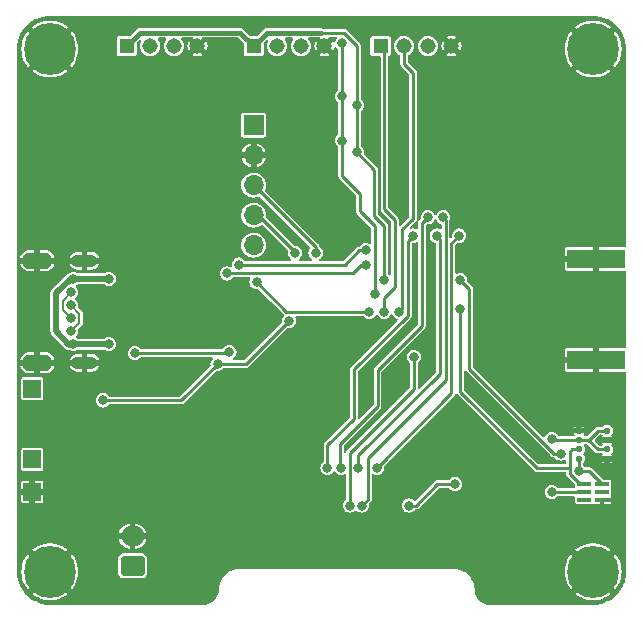
<source format=gbr>
%TF.GenerationSoftware,KiCad,Pcbnew,(6.0.8)*%
%TF.CreationDate,2023-02-07T11:28:49+01:00*%
%TF.ProjectId,MuMo-v2-Node,4d754d6f-2d76-4322-9d4e-6f64652e6b69,rev?*%
%TF.SameCoordinates,Original*%
%TF.FileFunction,Copper,L2,Bot*%
%TF.FilePolarity,Positive*%
%FSLAX46Y46*%
G04 Gerber Fmt 4.6, Leading zero omitted, Abs format (unit mm)*
G04 Created by KiCad (PCBNEW (6.0.8)) date 2023-02-07 11:28:49*
%MOMM*%
%LPD*%
G01*
G04 APERTURE LIST*
G04 Aperture macros list*
%AMRoundRect*
0 Rectangle with rounded corners*
0 $1 Rounding radius*
0 $2 $3 $4 $5 $6 $7 $8 $9 X,Y pos of 4 corners*
0 Add a 4 corners polygon primitive as box body*
4,1,4,$2,$3,$4,$5,$6,$7,$8,$9,$2,$3,0*
0 Add four circle primitives for the rounded corners*
1,1,$1+$1,$2,$3*
1,1,$1+$1,$4,$5*
1,1,$1+$1,$6,$7*
1,1,$1+$1,$8,$9*
0 Add four rect primitives between the rounded corners*
20,1,$1+$1,$2,$3,$4,$5,0*
20,1,$1+$1,$4,$5,$6,$7,0*
20,1,$1+$1,$6,$7,$8,$9,0*
20,1,$1+$1,$8,$9,$2,$3,0*%
G04 Aperture macros list end*
%TA.AperFunction,ComponentPad*%
%ADD10R,1.700000X1.700000*%
%TD*%
%TA.AperFunction,ComponentPad*%
%ADD11O,1.700000X1.700000*%
%TD*%
%TA.AperFunction,ComponentPad*%
%ADD12R,1.500000X1.500000*%
%TD*%
%TA.AperFunction,SMDPad,CuDef*%
%ADD13R,4.900000X1.600000*%
%TD*%
%TA.AperFunction,ComponentPad*%
%ADD14R,1.308000X1.308000*%
%TD*%
%TA.AperFunction,ComponentPad*%
%ADD15C,1.308000*%
%TD*%
%TA.AperFunction,ComponentPad*%
%ADD16RoundRect,0.250000X0.750000X-0.600000X0.750000X0.600000X-0.750000X0.600000X-0.750000X-0.600000X0*%
%TD*%
%TA.AperFunction,ComponentPad*%
%ADD17O,2.000000X1.700000*%
%TD*%
%TA.AperFunction,ComponentPad*%
%ADD18O,2.200000X1.100000*%
%TD*%
%TA.AperFunction,ComponentPad*%
%ADD19O,2.600000X1.400000*%
%TD*%
%TA.AperFunction,ComponentPad*%
%ADD20C,4.400000*%
%TD*%
%TA.AperFunction,SMDPad,CuDef*%
%ADD21RoundRect,0.125000X-0.137500X0.125000X-0.137500X-0.125000X0.137500X-0.125000X0.137500X0.125000X0*%
%TD*%
%TA.AperFunction,SMDPad,CuDef*%
%ADD22R,1.200000X0.350000*%
%TD*%
%TA.AperFunction,ViaPad*%
%ADD23C,0.800000*%
%TD*%
%TA.AperFunction,Conductor*%
%ADD24C,0.250000*%
%TD*%
%TA.AperFunction,Conductor*%
%ADD25C,0.500000*%
%TD*%
%TA.AperFunction,Conductor*%
%ADD26C,0.400000*%
%TD*%
%TA.AperFunction,Conductor*%
%ADD27C,0.200000*%
%TD*%
G04 APERTURE END LIST*
D10*
%TO.P,CONN1,1,Pin_1*%
%TO.N,+BATT*%
X163280800Y-67008000D03*
D11*
%TO.P,CONN1,2,Pin_2*%
%TO.N,GND*%
X163280800Y-69548000D03*
%TO.P,CONN1,3,Pin_3*%
%TO.N,SWDIO*%
X163280800Y-72088000D03*
%TO.P,CONN1,4,Pin_4*%
%TO.N,SWCLK*%
X163280800Y-74628000D03*
%TO.P,CONN1,5,Pin_5*%
%TO.N,SWO*%
X163280800Y-77168000D03*
%TD*%
D12*
%TO.P,TP6,1,1*%
%TO.N,+BATT*%
X144530800Y-95308000D03*
%TD*%
D13*
%TO.P,CONN5,2,Ext*%
%TO.N,GND*%
X192280800Y-86868000D03*
X192280800Y-78348000D03*
%TD*%
D14*
%TO.P,CONN6,1,1*%
%TO.N,UART1-RX*%
X174030800Y-60308000D03*
D15*
%TO.P,CONN6,2,2*%
%TO.N,UART1-TX*%
X176030800Y-60308000D03*
%TO.P,CONN6,3,3*%
%TO.N,+BATT*%
X178030800Y-60308000D03*
%TO.P,CONN6,4,4*%
%TO.N,GND*%
X180030800Y-60308000D03*
%TD*%
D16*
%TO.P,CONN2,1,BAT+*%
%TO.N,+BATT*%
X153030800Y-104308000D03*
D17*
%TO.P,CONN2,2,BAT-*%
%TO.N,GND*%
X153030800Y-101808000D03*
%TD*%
D18*
%TO.P,CONN4,S1,Shield*%
%TO.N,GND*%
X148960000Y-87124000D03*
D19*
X144960000Y-87124000D03*
D18*
X148960000Y-78484000D03*
D19*
X144960000Y-78484000D03*
%TD*%
D12*
%TO.P,TP4,1,1*%
%TO.N,GND*%
X144530800Y-98058000D03*
%TD*%
D14*
%TO.P,CONN8,1,1*%
%TO.N,I2C2-SCL*%
X152530800Y-60308000D03*
D15*
%TO.P,CONN8,2,2*%
%TO.N,I2C2-SDA*%
X154530800Y-60308000D03*
%TO.P,CONN8,3,3*%
%TO.N,+BATT*%
X156530800Y-60308000D03*
%TO.P,CONN8,4,4*%
%TO.N,GND*%
X158530800Y-60308000D03*
%TD*%
D20*
%TO.P,H2,1,1*%
%TO.N,GND*%
X192030800Y-104808000D03*
%TD*%
%TO.P,H3,1,1*%
%TO.N,GND*%
X146030800Y-60558000D03*
%TD*%
%TO.P,H1,1,1*%
%TO.N,GND*%
X192030800Y-60558000D03*
%TD*%
D12*
%TO.P,TP7,1,1*%
%TO.N,+5V*%
X144530800Y-89308000D03*
%TD*%
D20*
%TO.P,H4,1,1*%
%TO.N,GND*%
X146030800Y-104808000D03*
%TD*%
D14*
%TO.P,CONN7,1,1*%
%TO.N,I2C2-SCL*%
X163280800Y-60308000D03*
D15*
%TO.P,CONN7,2,2*%
%TO.N,I2C2-SDA*%
X165280800Y-60308000D03*
%TO.P,CONN7,3,3*%
%TO.N,+BATT*%
X167280800Y-60308000D03*
%TO.P,CONN7,4,4*%
%TO.N,GND*%
X169280800Y-60308000D03*
%TD*%
D21*
%TO.P,U5,1,GND*%
%TO.N,GND*%
X190843300Y-92858000D03*
%TO.P,U5,2,CSB*%
%TO.N,+BATT*%
X190843300Y-93658000D03*
%TO.P,U5,3,SDI*%
%TO.N,I2C2-SDA*%
X190843300Y-94458000D03*
%TO.P,U5,4,SCK*%
%TO.N,I2C2-SCL*%
X190843300Y-95258000D03*
%TO.P,U5,5,SDO*%
%TO.N,GND*%
X193218300Y-95258000D03*
%TO.P,U5,6,VDDIO*%
%TO.N,+BATT*%
X193218300Y-94458000D03*
%TO.P,U5,7,GND*%
%TO.N,GND*%
X193218300Y-93658000D03*
%TO.P,U5,8,VDD*%
%TO.N,+BATT*%
X193218300Y-92858000D03*
%TD*%
D22*
%TO.P,U6,1,SCL*%
%TO.N,I2C2-SCL*%
X192780800Y-97408000D03*
%TO.P,U6,2,INT*%
%TO.N,unconnected-(U6-Pad2)*%
X192780800Y-98058000D03*
%TO.P,U6,3,GND*%
%TO.N,GND*%
X192780800Y-98708000D03*
%TO.P,U6,4,NC*%
%TO.N,unconnected-(U6-Pad4)*%
X191280800Y-98708000D03*
%TO.P,U6,5,VDD*%
%TO.N,+BATT*%
X191280800Y-98058000D03*
%TO.P,U6,6,SDA*%
%TO.N,I2C2-SDA*%
X191280800Y-97408000D03*
%TD*%
D23*
%TO.N,GND*%
X182780800Y-72808000D03*
X185530800Y-99558000D03*
X152230800Y-85508000D03*
X144030800Y-68308000D03*
X194030800Y-68308000D03*
X172780800Y-76308000D03*
X187280800Y-84058000D03*
X185280800Y-84058000D03*
X194030800Y-91058000D03*
X160230800Y-82058000D03*
X194030800Y-89058000D03*
X192280800Y-80508000D03*
X158930800Y-85508000D03*
X161030800Y-64408000D03*
X186280800Y-84058000D03*
X177780800Y-68308000D03*
X182280800Y-84058000D03*
X174780800Y-90308000D03*
X166530800Y-70308000D03*
X170780800Y-72808000D03*
X148030800Y-95058000D03*
X165780800Y-100808000D03*
X188280800Y-81208000D03*
X148030800Y-93308000D03*
X162280800Y-92558000D03*
X194030800Y-76308000D03*
X170780800Y-84794500D03*
X187270498Y-106288654D03*
X194030800Y-100808000D03*
X194011454Y-72308000D03*
X188280800Y-84058000D03*
X184780800Y-92058000D03*
X187248800Y-90808000D03*
X186280800Y-81208000D03*
X166530800Y-65058000D03*
X172780800Y-90308000D03*
X183280800Y-106299430D03*
X160230800Y-83558000D03*
X185216800Y-81208000D03*
X184280800Y-84058000D03*
X189280800Y-81208000D03*
X175530800Y-68308000D03*
X181530800Y-101558000D03*
X187280800Y-81208000D03*
X154406600Y-95058000D03*
X159030800Y-106308000D03*
X144028354Y-64303675D03*
X144017351Y-93308000D03*
X180330800Y-93108000D03*
X144017351Y-91306505D03*
X144030800Y-76308000D03*
X178130800Y-86808000D03*
X165780800Y-99308000D03*
X161730800Y-83558000D03*
X190280800Y-84058000D03*
X194030800Y-64308000D03*
X161730800Y-82058000D03*
X154406600Y-96458000D03*
X177780800Y-65558000D03*
X159280800Y-101558000D03*
X192280800Y-84653928D03*
X190230800Y-81208000D03*
X170780800Y-91058000D03*
X144030800Y-72308000D03*
X185530800Y-101308000D03*
X175530800Y-65558000D03*
X189280800Y-84058000D03*
X176430800Y-100808000D03*
X186030800Y-60808000D03*
X186030800Y-96520000D03*
%TO.N,+5V*%
X148030800Y-85558000D03*
X151030800Y-80008000D03*
X148030800Y-80008000D03*
X151030800Y-85558000D03*
%TO.N,GATE-DRIVE*%
X180330800Y-97408000D03*
X176430800Y-99208000D03*
%TO.N,DISPLAY-RESET*%
X179330800Y-74808000D03*
X172430800Y-99208000D03*
%TO.N,DISPLAY-D{slash}C*%
X172155300Y-96008000D03*
X178780800Y-76358000D03*
%TO.N,DISPLAY-CS*%
X171430800Y-99208000D03*
X176842947Y-86620147D03*
%TO.N,SPI2-SCK*%
X178030800Y-74808000D03*
X170706300Y-96008000D03*
%TO.N,SPI2-MOSI*%
X176806300Y-76358000D03*
X169530800Y-96008000D03*
%TO.N,VBUS*%
X166280800Y-83558000D03*
X160230800Y-87233000D03*
X150530800Y-90308000D03*
%TO.N,I2C2-SCL*%
X174330800Y-80133000D03*
X190818099Y-96270701D03*
X189280800Y-94808000D03*
X172030800Y-65308000D03*
X180780800Y-80108000D03*
X172030800Y-69308000D03*
%TO.N,I2C2-SDA*%
X180780800Y-82558000D03*
X173530800Y-81308000D03*
X170768501Y-60070299D03*
X170780800Y-68308000D03*
X170780800Y-64558000D03*
%TO.N,SWO*%
X173080800Y-82808000D03*
X163530800Y-80283000D03*
%TO.N,SWDIO*%
X168530800Y-77808000D03*
%TO.N,SWCLK*%
X166780800Y-77808000D03*
%TO.N,RST*%
X153230800Y-86308000D03*
X161230800Y-86233000D03*
%TO.N,D-*%
X147830800Y-83358000D03*
X147830800Y-81158000D03*
%TO.N,D+*%
X147830800Y-84458000D03*
X147830800Y-82258000D03*
%TO.N,DISPLAY-BUSY*%
X173730800Y-96008000D03*
X180680800Y-76358000D03*
%TO.N,+BATT*%
X188530800Y-93558000D03*
X188530800Y-98058000D03*
%TO.N,UART1-TX*%
X175605800Y-82808000D03*
%TO.N,UART1-RX*%
X174330800Y-82808000D03*
%TO.N,UART2-RX*%
X172780800Y-78858000D03*
X161030800Y-79558000D03*
%TO.N,UART2-TX*%
X172780800Y-77608000D03*
X162030800Y-78808000D03*
%TD*%
D24*
%TO.N,+5V*%
X147980800Y-85608000D02*
X148030800Y-85558000D01*
D25*
X151030800Y-80008000D02*
X148030800Y-80008000D01*
D24*
X148030800Y-80008000D02*
X147955495Y-80008000D01*
D25*
X146530800Y-84458000D02*
X147680800Y-85608000D01*
X148030800Y-85558000D02*
X151030800Y-85558000D01*
X147680800Y-85608000D02*
X147930800Y-85608000D01*
D24*
X147930800Y-85608000D02*
X147980800Y-85608000D01*
D25*
X146530800Y-81255918D02*
X146530800Y-84458000D01*
X147778718Y-80008000D02*
X146530800Y-81255918D01*
X147955495Y-80008000D02*
X147778718Y-80008000D01*
D24*
%TO.N,GATE-DRIVE*%
X176430800Y-99208000D02*
X177030800Y-99208000D01*
X178830800Y-97408000D02*
X180330800Y-97408000D01*
X177030800Y-99208000D02*
X178830800Y-97408000D01*
%TO.N,DISPLAY-RESET*%
X172955800Y-98683000D02*
X172430800Y-99208000D01*
X179330800Y-74808000D02*
X179530800Y-75008000D01*
X179530800Y-88608000D02*
X172955800Y-95183000D01*
X172955800Y-95183000D02*
X172955800Y-98683000D01*
X179530800Y-75008000D02*
X179530800Y-88608000D01*
%TO.N,DISPLAY-D{slash}C*%
X172155300Y-94933500D02*
X172155300Y-96008000D01*
X179030800Y-76608000D02*
X179030800Y-88058000D01*
X178780800Y-76358000D02*
X179030800Y-76608000D01*
X179030800Y-88058000D02*
X172155300Y-94933500D01*
%TO.N,DISPLAY-CS*%
X171430800Y-94758000D02*
X171430800Y-99208000D01*
X176842947Y-86620147D02*
X176842947Y-89345853D01*
X176842947Y-89345853D02*
X171430800Y-94758000D01*
%TO.N,SPI2-SCK*%
X170586400Y-95888100D02*
X170706300Y-96008000D01*
X170586400Y-94002400D02*
X170586400Y-95888100D01*
X173780800Y-90808000D02*
X170586400Y-94002400D01*
X177530800Y-84008000D02*
X173780800Y-87758000D01*
X173780800Y-87758000D02*
X173780800Y-90808000D01*
X177530800Y-75308000D02*
X177530800Y-84008000D01*
X178030800Y-74808000D02*
X177530800Y-75308000D01*
%TO.N,SPI2-MOSI*%
X176330800Y-76833500D02*
X176330800Y-83133000D01*
X176806300Y-76358000D02*
X176330800Y-76833500D01*
X171780800Y-91864802D02*
X169530800Y-94114802D01*
X169530800Y-94114802D02*
X169530800Y-96008000D01*
X171780800Y-87683000D02*
X171780800Y-91864802D01*
X176330800Y-83133000D02*
X171780800Y-87683000D01*
%TO.N,VBUS*%
X150530800Y-90308000D02*
X157155800Y-90308000D01*
X166280800Y-83558000D02*
X162605800Y-87233000D01*
X162605800Y-87233000D02*
X160230800Y-87233000D01*
X157155800Y-90308000D02*
X160230800Y-87233000D01*
%TO.N,I2C2-SCL*%
X188727895Y-94808000D02*
X189280800Y-94808000D01*
X174330800Y-80133000D02*
X174330800Y-75533000D01*
D26*
X153656800Y-59182000D02*
X162154800Y-59182000D01*
D24*
X174330800Y-75533000D02*
X173505800Y-74708000D01*
X172030800Y-65308000D02*
X172030800Y-60308000D01*
D26*
X152530800Y-60308000D02*
X153656800Y-59182000D01*
D24*
X180780800Y-80108000D02*
X181530800Y-80858000D01*
X190843300Y-96245500D02*
X190843300Y-95258000D01*
X190818099Y-96270701D02*
X191643501Y-96270701D01*
X191643501Y-96270701D02*
X192780800Y-97408000D01*
D26*
X162154800Y-59182000D02*
X163280800Y-60308000D01*
X164406800Y-59182000D02*
X163280800Y-60308000D01*
X168970105Y-59182000D02*
X164406800Y-59182000D01*
D24*
X172030800Y-60308000D02*
X170904800Y-59182000D01*
X181530800Y-87610905D02*
X188727895Y-94808000D01*
X190818099Y-96270701D02*
X190843300Y-96245500D01*
X172030800Y-69308000D02*
X172030800Y-65308000D01*
X173505800Y-70783000D02*
X172030800Y-69308000D01*
X170904800Y-59182000D02*
X168970105Y-59182000D01*
X173505800Y-74708000D02*
X173505800Y-70783000D01*
X181530800Y-80858000D02*
X181530800Y-87610905D01*
%TO.N,I2C2-SDA*%
X187234800Y-96012000D02*
X190042800Y-96012000D01*
X170780800Y-64558000D02*
X170780800Y-68308000D01*
X180780800Y-89558000D02*
X187234800Y-96012000D01*
X172280800Y-72808000D02*
X170780800Y-71308000D01*
X173530800Y-75558000D02*
X172280800Y-74308000D01*
X191280800Y-97408000D02*
X190930800Y-97408000D01*
X190930800Y-97408000D02*
X190042800Y-96520000D01*
X180780800Y-82558000D02*
X180780800Y-89558000D01*
X173530800Y-81308000D02*
X173530800Y-75558000D01*
X190235196Y-94458000D02*
X190843300Y-94458000D01*
X190042800Y-96520000D02*
X190042800Y-94650396D01*
X170780800Y-71308000D02*
X170780800Y-68308000D01*
X170768501Y-60070299D02*
X170780800Y-60082598D01*
X190042800Y-94650396D02*
X190235196Y-94458000D01*
X172280800Y-74308000D02*
X172280800Y-72808000D01*
X170780800Y-60082598D02*
X170780800Y-64558000D01*
%TO.N,SWO*%
X166055800Y-82808000D02*
X163530800Y-80283000D01*
X173080800Y-82808000D02*
X166055800Y-82808000D01*
%TO.N,SWDIO*%
X168530800Y-77808000D02*
X168530800Y-77308000D01*
X168530800Y-77308000D02*
X163310800Y-72088000D01*
X163310800Y-72088000D02*
X163280800Y-72088000D01*
%TO.N,SWCLK*%
X166780800Y-77808000D02*
X166780800Y-77758000D01*
X163650800Y-74628000D02*
X163280800Y-74628000D01*
X166780800Y-77758000D02*
X163650800Y-74628000D01*
%TO.N,RST*%
X161155800Y-86308000D02*
X161230800Y-86233000D01*
X153230800Y-86308000D02*
X161155800Y-86308000D01*
D27*
%TO.N,D-*%
X147130800Y-82658000D02*
X147830800Y-83358000D01*
X147830800Y-81158000D02*
X147130800Y-81858000D01*
X147130800Y-81858000D02*
X147130800Y-82658000D01*
%TO.N,D+*%
X147830800Y-82258000D02*
X148530800Y-82958000D01*
X148530800Y-83758000D02*
X147830800Y-84458000D01*
X148530800Y-82958000D02*
X148530800Y-83758000D01*
D24*
%TO.N,DISPLAY-BUSY*%
X180030800Y-77008000D02*
X180030800Y-89708000D01*
X180680800Y-76358000D02*
X180030800Y-77008000D01*
X180030800Y-89708000D02*
X173730800Y-96008000D01*
%TO.N,+BATT*%
X191630800Y-93658000D02*
X190843300Y-93658000D01*
X193218300Y-94458000D02*
X192430800Y-94458000D01*
X188630800Y-93658000D02*
X190843300Y-93658000D01*
X188530800Y-98058000D02*
X191280800Y-98058000D01*
X192430800Y-94458000D02*
X191630800Y-93658000D01*
X191668800Y-93658000D02*
X192468800Y-92858000D01*
X192468800Y-92858000D02*
X193218300Y-92858000D01*
X188530800Y-93558000D02*
X188630800Y-93658000D01*
X190843300Y-93658000D02*
X191668800Y-93658000D01*
%TO.N,UART1-TX*%
X176780800Y-74920348D02*
X176780800Y-62558000D01*
X175880800Y-82533000D02*
X175880800Y-75820348D01*
X176030800Y-61808000D02*
X176030800Y-60308000D01*
X175880800Y-75820348D02*
X176780800Y-74920348D01*
X175605800Y-82808000D02*
X175880800Y-82533000D01*
X176780800Y-62558000D02*
X176030800Y-61808000D01*
%TO.N,UART1-RX*%
X174355800Y-60633000D02*
X174030800Y-60308000D01*
X175230800Y-75008000D02*
X174355800Y-74133000D01*
X175230800Y-80720500D02*
X175230800Y-75008000D01*
X174330800Y-82808000D02*
X174330800Y-81620500D01*
X174355800Y-74133000D02*
X174355800Y-60633000D01*
X174330800Y-81620500D02*
X175230800Y-80720500D01*
%TO.N,UART2-RX*%
X172780800Y-78858000D02*
X172368300Y-78858000D01*
X171668300Y-79558000D02*
X161030800Y-79558000D01*
X172368300Y-78858000D02*
X171668300Y-79558000D01*
%TO.N,UART2-TX*%
X162030800Y-78808000D02*
X171030800Y-78808000D01*
X171030800Y-78808000D02*
X172230800Y-77608000D01*
X172230800Y-77608000D02*
X172780800Y-77608000D01*
%TD*%
%TA.AperFunction,Conductor*%
%TO.N,GND*%
G36*
X192018969Y-57761018D02*
G01*
X192030441Y-57763656D01*
X192041316Y-57761195D01*
X192051527Y-57761213D01*
X192062630Y-57760288D01*
X192239268Y-57770208D01*
X192338699Y-57775792D01*
X192349722Y-57777034D01*
X192563102Y-57813288D01*
X192648261Y-57827757D01*
X192659085Y-57830227D01*
X192950079Y-57914062D01*
X192960551Y-57917726D01*
X193240330Y-58033614D01*
X193250320Y-58038425D01*
X193515363Y-58184910D01*
X193524748Y-58190806D01*
X193771737Y-58366054D01*
X193780405Y-58372967D01*
X194006207Y-58574757D01*
X194014043Y-58582593D01*
X194215833Y-58808395D01*
X194222746Y-58817063D01*
X194397994Y-59064052D01*
X194403890Y-59073437D01*
X194444629Y-59147147D01*
X194550372Y-59338474D01*
X194555186Y-59348470D01*
X194659956Y-59601407D01*
X194671073Y-59628246D01*
X194674738Y-59638721D01*
X194716108Y-59782316D01*
X194758573Y-59929715D01*
X194761043Y-59940539D01*
X194762416Y-59948619D01*
X194811188Y-60235670D01*
X194811766Y-60239074D01*
X194813008Y-60250102D01*
X194827186Y-60502535D01*
X194828484Y-60525651D01*
X194827634Y-60535626D01*
X194827662Y-60535626D01*
X194827642Y-60546777D01*
X194825144Y-60557641D01*
X194827604Y-60568513D01*
X194827859Y-60569638D01*
X194830300Y-60591488D01*
X194830300Y-77249000D01*
X194811393Y-77307191D01*
X194761893Y-77343155D01*
X194731300Y-77348000D01*
X192546480Y-77348000D01*
X192533795Y-77352122D01*
X192530800Y-77356243D01*
X192530800Y-79332320D01*
X192534922Y-79345005D01*
X192539043Y-79348000D01*
X194731300Y-79348000D01*
X194789491Y-79366907D01*
X194825455Y-79416407D01*
X194830300Y-79447000D01*
X194830300Y-85769000D01*
X194811393Y-85827191D01*
X194761893Y-85863155D01*
X194731300Y-85868000D01*
X192546480Y-85868000D01*
X192533795Y-85872122D01*
X192530800Y-85876243D01*
X192530800Y-87852320D01*
X192534922Y-87865005D01*
X192539043Y-87868000D01*
X194731300Y-87868000D01*
X194789491Y-87886907D01*
X194825455Y-87936407D01*
X194830300Y-87967000D01*
X194830300Y-104773983D01*
X194827782Y-104796169D01*
X194825144Y-104807641D01*
X194827605Y-104818516D01*
X194827587Y-104828727D01*
X194828512Y-104839830D01*
X194813549Y-105106285D01*
X194813009Y-105115894D01*
X194811766Y-105126922D01*
X194793480Y-105234550D01*
X194761043Y-105425461D01*
X194758573Y-105436285D01*
X194685397Y-105690285D01*
X194674740Y-105727275D01*
X194671074Y-105737751D01*
X194575242Y-105969112D01*
X194555189Y-106017524D01*
X194550375Y-106027520D01*
X194403890Y-106292563D01*
X194397994Y-106301948D01*
X194222746Y-106548937D01*
X194215833Y-106557605D01*
X194014043Y-106783407D01*
X194006207Y-106791243D01*
X193780405Y-106993033D01*
X193771737Y-106999946D01*
X193524748Y-107175194D01*
X193515363Y-107181090D01*
X193250320Y-107327575D01*
X193240330Y-107332386D01*
X192960551Y-107448274D01*
X192950079Y-107451938D01*
X192756398Y-107507738D01*
X192659085Y-107535773D01*
X192648261Y-107538243D01*
X192632529Y-107540916D01*
X192349722Y-107588966D01*
X192338698Y-107590208D01*
X192063146Y-107605684D01*
X192053174Y-107604834D01*
X192053174Y-107604862D01*
X192042023Y-107604842D01*
X192031159Y-107602344D01*
X192019159Y-107605059D01*
X191997312Y-107607500D01*
X183314817Y-107607500D01*
X183292631Y-107604982D01*
X183292587Y-107604972D01*
X183281159Y-107602344D01*
X183270284Y-107604805D01*
X183259138Y-107604785D01*
X183259139Y-107604295D01*
X183249193Y-107605012D01*
X183085282Y-107592112D01*
X183069938Y-107589682D01*
X182978373Y-107567700D01*
X182886802Y-107545715D01*
X182872036Y-107540917D01*
X182774883Y-107500675D01*
X182698034Y-107468843D01*
X182684199Y-107461794D01*
X182523611Y-107363386D01*
X182511052Y-107354261D01*
X182367839Y-107231945D01*
X182356855Y-107220961D01*
X182345786Y-107208000D01*
X182234539Y-107077748D01*
X182225414Y-107065189D01*
X182127006Y-106904601D01*
X182119957Y-106890766D01*
X182047884Y-106716768D01*
X182043083Y-106701993D01*
X182038813Y-106684204D01*
X182036792Y-106675785D01*
X190522397Y-106675785D01*
X190522568Y-106676870D01*
X190526842Y-106681873D01*
X190739759Y-106836566D01*
X190745000Y-106839892D01*
X191004187Y-106982382D01*
X191009796Y-106985021D01*
X191284803Y-107093904D01*
X191290702Y-107095821D01*
X191577189Y-107169378D01*
X191583281Y-107170540D01*
X191876722Y-107207610D01*
X191882910Y-107208000D01*
X192178690Y-107208000D01*
X192184878Y-107207610D01*
X192478319Y-107170540D01*
X192484411Y-107169378D01*
X192770898Y-107095821D01*
X192776797Y-107093904D01*
X193051804Y-106985021D01*
X193057413Y-106982382D01*
X193316600Y-106839892D01*
X193321841Y-106836566D01*
X193531550Y-106684204D01*
X193539390Y-106673413D01*
X193539390Y-106672315D01*
X193535953Y-106666706D01*
X192041886Y-105172639D01*
X192030003Y-105166585D01*
X192024972Y-105167381D01*
X190528451Y-106663902D01*
X190522397Y-106675785D01*
X182036792Y-106675785D01*
X182021101Y-106610428D01*
X181999118Y-106518862D01*
X181996688Y-106503519D01*
X181983848Y-106340373D01*
X181985381Y-106319850D01*
X181984547Y-106319754D01*
X181985188Y-106314182D01*
X181986455Y-106308718D01*
X181986456Y-106308000D01*
X181985314Y-106302993D01*
X181985186Y-106301599D01*
X181984430Y-106291028D01*
X181968291Y-106065375D01*
X181916586Y-105827690D01*
X181831581Y-105599782D01*
X181801216Y-105544173D01*
X181716698Y-105389390D01*
X181716696Y-105389386D01*
X181715006Y-105386292D01*
X181569235Y-105191565D01*
X181397235Y-105019565D01*
X181202508Y-104873794D01*
X181199414Y-104872104D01*
X181199410Y-104872102D01*
X181087692Y-104811099D01*
X189626250Y-104811099D01*
X189644821Y-105106285D01*
X189645602Y-105112460D01*
X189701022Y-105402983D01*
X189702562Y-105408986D01*
X189793963Y-105690285D01*
X189796252Y-105696067D01*
X189922184Y-105963687D01*
X189925167Y-105969112D01*
X190083657Y-106218853D01*
X190087300Y-106223868D01*
X190156116Y-106307052D01*
X190167379Y-106314200D01*
X190170143Y-106314026D01*
X190173284Y-106311963D01*
X191666161Y-104819086D01*
X191671403Y-104808797D01*
X192389385Y-104808797D01*
X192390181Y-104813828D01*
X193884402Y-106308049D01*
X193896285Y-106314103D01*
X193899020Y-106313670D01*
X193901952Y-106311322D01*
X193974300Y-106223868D01*
X193977943Y-106218853D01*
X194136433Y-105969112D01*
X194139416Y-105963687D01*
X194265348Y-105696067D01*
X194267637Y-105690285D01*
X194359038Y-105408986D01*
X194360578Y-105402983D01*
X194415998Y-105112460D01*
X194416779Y-105106285D01*
X194435350Y-104811099D01*
X194435350Y-104804901D01*
X194416779Y-104509715D01*
X194415998Y-104503540D01*
X194360578Y-104213017D01*
X194359038Y-104207014D01*
X194267637Y-103925715D01*
X194265348Y-103919933D01*
X194139416Y-103652313D01*
X194136433Y-103646888D01*
X193977943Y-103397147D01*
X193974300Y-103392132D01*
X193905484Y-103308948D01*
X193894221Y-103301800D01*
X193891457Y-103301974D01*
X193888316Y-103304037D01*
X192395439Y-104796914D01*
X192389385Y-104808797D01*
X191671403Y-104808797D01*
X191672215Y-104807203D01*
X191671419Y-104802172D01*
X190177198Y-103307951D01*
X190165315Y-103301897D01*
X190162580Y-103302330D01*
X190159648Y-103304678D01*
X190087300Y-103392132D01*
X190083657Y-103397147D01*
X189925167Y-103646888D01*
X189922184Y-103652313D01*
X189796252Y-103919933D01*
X189793963Y-103925715D01*
X189702562Y-104207014D01*
X189701022Y-104213017D01*
X189645602Y-104503540D01*
X189644821Y-104509715D01*
X189626250Y-104804901D01*
X189626250Y-104811099D01*
X181087692Y-104811099D01*
X180992115Y-104758910D01*
X180992114Y-104758909D01*
X180989018Y-104757219D01*
X180761110Y-104672214D01*
X180523425Y-104620509D01*
X180360038Y-104608823D01*
X180288803Y-104603728D01*
X180286597Y-104603522D01*
X180281518Y-104602345D01*
X180280800Y-104602344D01*
X180275348Y-104603588D01*
X180275345Y-104603588D01*
X180269066Y-104605020D01*
X180247048Y-104607500D01*
X162065081Y-104607500D01*
X162042726Y-104604943D01*
X162037484Y-104603728D01*
X162031518Y-104602345D01*
X162030800Y-104602344D01*
X162025793Y-104603486D01*
X162024404Y-104603614D01*
X161788175Y-104620509D01*
X161550490Y-104672214D01*
X161322582Y-104757219D01*
X161319486Y-104758909D01*
X161319485Y-104758910D01*
X161112190Y-104872102D01*
X161112186Y-104872104D01*
X161109092Y-104873794D01*
X160914365Y-105019565D01*
X160742365Y-105191565D01*
X160596594Y-105386292D01*
X160594904Y-105389386D01*
X160594902Y-105389390D01*
X160510384Y-105544173D01*
X160480019Y-105599782D01*
X160395014Y-105827690D01*
X160343309Y-106065375D01*
X160340007Y-106111547D01*
X160327143Y-106291397D01*
X160327143Y-106291400D01*
X160326360Y-106302352D01*
X160325144Y-106307641D01*
X160327604Y-106318515D01*
X160327585Y-106329660D01*
X160327095Y-106329659D01*
X160327812Y-106339607D01*
X160314912Y-106503518D01*
X160312482Y-106518862D01*
X160290499Y-106610428D01*
X160272788Y-106684204D01*
X160268517Y-106701993D01*
X160263716Y-106716768D01*
X160191643Y-106890766D01*
X160184594Y-106904601D01*
X160086186Y-107065189D01*
X160077061Y-107077748D01*
X159965815Y-107208000D01*
X159954745Y-107220961D01*
X159943761Y-107231945D01*
X159800548Y-107354261D01*
X159787989Y-107363386D01*
X159627401Y-107461794D01*
X159613566Y-107468843D01*
X159536717Y-107500675D01*
X159439564Y-107540917D01*
X159424798Y-107545715D01*
X159333227Y-107567700D01*
X159241662Y-107589682D01*
X159226318Y-107592112D01*
X159062916Y-107604972D01*
X159053172Y-107604252D01*
X159053171Y-107604862D01*
X159042024Y-107604842D01*
X159031159Y-107602344D01*
X159019159Y-107605059D01*
X158997312Y-107607500D01*
X146064817Y-107607500D01*
X146042631Y-107604982D01*
X146042587Y-107604972D01*
X146031159Y-107602344D01*
X146020284Y-107604805D01*
X146010073Y-107604787D01*
X145998970Y-107605712D01*
X145822332Y-107595792D01*
X145722901Y-107590208D01*
X145711878Y-107588966D01*
X145429071Y-107540916D01*
X145413339Y-107538243D01*
X145402515Y-107535773D01*
X145305202Y-107507738D01*
X145111521Y-107451938D01*
X145101049Y-107448274D01*
X144821270Y-107332386D01*
X144811280Y-107327575D01*
X144546237Y-107181090D01*
X144536852Y-107175194D01*
X144289863Y-106999946D01*
X144281195Y-106993033D01*
X144055393Y-106791243D01*
X144047557Y-106783407D01*
X143951380Y-106675785D01*
X144522397Y-106675785D01*
X144522568Y-106676870D01*
X144526842Y-106681873D01*
X144739759Y-106836566D01*
X144745000Y-106839892D01*
X145004187Y-106982382D01*
X145009796Y-106985021D01*
X145284803Y-107093904D01*
X145290702Y-107095821D01*
X145577189Y-107169378D01*
X145583281Y-107170540D01*
X145876722Y-107207610D01*
X145882910Y-107208000D01*
X146178690Y-107208000D01*
X146184878Y-107207610D01*
X146478319Y-107170540D01*
X146484411Y-107169378D01*
X146770898Y-107095821D01*
X146776797Y-107093904D01*
X147051804Y-106985021D01*
X147057413Y-106982382D01*
X147316600Y-106839892D01*
X147321841Y-106836566D01*
X147531550Y-106684204D01*
X147539390Y-106673413D01*
X147539390Y-106672315D01*
X147535953Y-106666706D01*
X146041886Y-105172639D01*
X146030003Y-105166585D01*
X146024972Y-105167381D01*
X144528451Y-106663902D01*
X144522397Y-106675785D01*
X143951380Y-106675785D01*
X143845767Y-106557605D01*
X143838854Y-106548937D01*
X143663606Y-106301948D01*
X143657710Y-106292563D01*
X143511225Y-106027520D01*
X143506411Y-106017524D01*
X143486359Y-105969112D01*
X143390526Y-105737751D01*
X143386860Y-105727275D01*
X143376204Y-105690285D01*
X143303027Y-105436285D01*
X143300557Y-105425461D01*
X143268120Y-105234550D01*
X143249834Y-105126922D01*
X143248591Y-105115894D01*
X143248052Y-105106285D01*
X143233131Y-104840603D01*
X143234922Y-104819795D01*
X143234547Y-104819752D01*
X143235188Y-104814184D01*
X143235903Y-104811099D01*
X143626250Y-104811099D01*
X143644821Y-105106285D01*
X143645602Y-105112460D01*
X143701022Y-105402983D01*
X143702562Y-105408986D01*
X143793963Y-105690285D01*
X143796252Y-105696067D01*
X143922184Y-105963687D01*
X143925167Y-105969112D01*
X144083657Y-106218853D01*
X144087300Y-106223868D01*
X144156116Y-106307052D01*
X144167379Y-106314200D01*
X144170143Y-106314026D01*
X144173284Y-106311963D01*
X145666161Y-104819086D01*
X145671403Y-104808797D01*
X146389385Y-104808797D01*
X146390181Y-104813828D01*
X147884402Y-106308049D01*
X147896285Y-106314103D01*
X147899020Y-106313670D01*
X147901952Y-106311322D01*
X147974300Y-106223868D01*
X147977943Y-106218853D01*
X148136433Y-105969112D01*
X148139416Y-105963687D01*
X148265348Y-105696067D01*
X148267637Y-105690285D01*
X148359038Y-105408986D01*
X148360578Y-105402983D01*
X148415998Y-105112460D01*
X148416779Y-105106285D01*
X148425867Y-104961834D01*
X151830300Y-104961834D01*
X151833281Y-104993369D01*
X151878166Y-105121184D01*
X151882561Y-105127135D01*
X151882562Y-105127136D01*
X151932233Y-105194385D01*
X151958650Y-105230150D01*
X152067616Y-105310634D01*
X152195431Y-105355519D01*
X152201438Y-105356087D01*
X152201439Y-105356087D01*
X152224655Y-105358282D01*
X152224665Y-105358282D01*
X152226966Y-105358500D01*
X153834634Y-105358500D01*
X153836935Y-105358282D01*
X153836945Y-105358282D01*
X153860161Y-105356087D01*
X153860162Y-105356087D01*
X153866169Y-105355519D01*
X153993984Y-105310634D01*
X154102950Y-105230150D01*
X154129367Y-105194385D01*
X154179038Y-105127136D01*
X154179039Y-105127135D01*
X154183434Y-105121184D01*
X154228319Y-104993369D01*
X154231300Y-104961834D01*
X154231300Y-103654166D01*
X154228319Y-103622631D01*
X154183434Y-103494816D01*
X154102950Y-103385850D01*
X153993984Y-103305366D01*
X153866169Y-103260481D01*
X153860162Y-103259913D01*
X153860161Y-103259913D01*
X153836945Y-103257718D01*
X153836935Y-103257718D01*
X153834634Y-103257500D01*
X152226966Y-103257500D01*
X152224665Y-103257718D01*
X152224655Y-103257718D01*
X152201439Y-103259913D01*
X152201438Y-103259913D01*
X152195431Y-103260481D01*
X152067616Y-103305366D01*
X151958650Y-103385850D01*
X151878166Y-103494816D01*
X151833281Y-103622631D01*
X151830300Y-103654166D01*
X151830300Y-104961834D01*
X148425867Y-104961834D01*
X148435350Y-104811099D01*
X148435350Y-104804901D01*
X148416779Y-104509715D01*
X148415998Y-104503540D01*
X148360578Y-104213017D01*
X148359038Y-104207014D01*
X148267637Y-103925715D01*
X148265348Y-103919933D01*
X148139416Y-103652313D01*
X148136433Y-103646888D01*
X147977943Y-103397147D01*
X147974300Y-103392132D01*
X147905484Y-103308948D01*
X147894221Y-103301800D01*
X147891457Y-103301974D01*
X147888316Y-103304037D01*
X146395439Y-104796914D01*
X146389385Y-104808797D01*
X145671403Y-104808797D01*
X145672215Y-104807203D01*
X145671419Y-104802172D01*
X144177198Y-103307951D01*
X144165315Y-103301897D01*
X144162580Y-103302330D01*
X144159648Y-103304678D01*
X144087300Y-103392132D01*
X144083657Y-103397147D01*
X143925167Y-103646888D01*
X143922184Y-103652313D01*
X143796252Y-103919933D01*
X143793963Y-103925715D01*
X143702562Y-104207014D01*
X143701022Y-104213017D01*
X143645602Y-104503540D01*
X143644821Y-104509715D01*
X143626250Y-104804901D01*
X143626250Y-104811099D01*
X143235903Y-104811099D01*
X143236455Y-104808718D01*
X143236456Y-104808000D01*
X143235127Y-104802172D01*
X143233780Y-104796266D01*
X143231300Y-104774248D01*
X143231300Y-102943685D01*
X144522210Y-102943685D01*
X144525647Y-102949294D01*
X146019714Y-104443361D01*
X146031597Y-104449415D01*
X146036628Y-104448619D01*
X147533149Y-102952098D01*
X147537435Y-102943685D01*
X190522210Y-102943685D01*
X190525647Y-102949294D01*
X192019714Y-104443361D01*
X192031597Y-104449415D01*
X192036628Y-104448619D01*
X193533149Y-102952098D01*
X193539203Y-102940215D01*
X193539032Y-102939130D01*
X193534758Y-102934127D01*
X193321841Y-102779434D01*
X193316600Y-102776108D01*
X193057413Y-102633618D01*
X193051804Y-102630979D01*
X192776797Y-102522096D01*
X192770898Y-102520179D01*
X192484411Y-102446622D01*
X192478319Y-102445460D01*
X192184878Y-102408390D01*
X192178690Y-102408000D01*
X191882910Y-102408000D01*
X191876722Y-102408390D01*
X191583281Y-102445460D01*
X191577189Y-102446622D01*
X191290702Y-102520179D01*
X191284803Y-102522096D01*
X191009796Y-102630979D01*
X191004187Y-102633618D01*
X190745000Y-102776108D01*
X190739759Y-102779434D01*
X190530050Y-102931796D01*
X190522210Y-102942587D01*
X190522210Y-102943685D01*
X147537435Y-102943685D01*
X147539203Y-102940215D01*
X147539032Y-102939130D01*
X147534758Y-102934127D01*
X147321841Y-102779434D01*
X147316600Y-102776108D01*
X147057413Y-102633618D01*
X147051804Y-102630979D01*
X146776797Y-102522096D01*
X146770898Y-102520179D01*
X146484411Y-102446622D01*
X146478319Y-102445460D01*
X146184878Y-102408390D01*
X146178690Y-102408000D01*
X145882910Y-102408000D01*
X145876722Y-102408390D01*
X145583281Y-102445460D01*
X145577189Y-102446622D01*
X145290702Y-102520179D01*
X145284803Y-102522096D01*
X145009796Y-102630979D01*
X145004187Y-102633618D01*
X144745000Y-102776108D01*
X144739759Y-102779434D01*
X144530050Y-102931796D01*
X144522210Y-102942587D01*
X144522210Y-102943685D01*
X143231300Y-102943685D01*
X143231300Y-102072362D01*
X151864026Y-102072362D01*
X151901178Y-102198593D01*
X151904791Y-102207534D01*
X151995699Y-102381427D01*
X152000984Y-102389503D01*
X152123940Y-102542429D01*
X152130681Y-102549313D01*
X152281005Y-102675449D01*
X152288959Y-102680896D01*
X152460911Y-102775427D01*
X152469776Y-102779227D01*
X152656819Y-102838560D01*
X152666250Y-102840565D01*
X152765217Y-102851666D01*
X152778284Y-102848984D01*
X152779839Y-102847281D01*
X152780800Y-102842835D01*
X152780800Y-102837596D01*
X153280800Y-102837596D01*
X153284922Y-102850281D01*
X153287087Y-102851854D01*
X153290982Y-102852278D01*
X153380915Y-102843459D01*
X153390363Y-102841589D01*
X153578228Y-102784869D01*
X153587132Y-102781199D01*
X153760399Y-102689072D01*
X153768424Y-102683740D01*
X153920493Y-102559716D01*
X153927334Y-102552922D01*
X154052419Y-102401721D01*
X154057803Y-102393738D01*
X154151140Y-102221114D01*
X154154869Y-102212243D01*
X154197979Y-102072977D01*
X154197816Y-102061340D01*
X154187288Y-102058000D01*
X153296480Y-102058000D01*
X153283795Y-102062122D01*
X153280800Y-102066243D01*
X153280800Y-102837596D01*
X152780800Y-102837596D01*
X152780800Y-102073680D01*
X152776678Y-102060995D01*
X152772557Y-102058000D01*
X151875479Y-102058000D01*
X151864175Y-102061673D01*
X151864026Y-102072362D01*
X143231300Y-102072362D01*
X143231300Y-101543023D01*
X151863621Y-101543023D01*
X151863784Y-101554660D01*
X151874312Y-101558000D01*
X152765120Y-101558000D01*
X152777805Y-101553878D01*
X152780800Y-101549757D01*
X152780800Y-101542320D01*
X153280800Y-101542320D01*
X153284922Y-101555005D01*
X153289043Y-101558000D01*
X154186121Y-101558000D01*
X154197425Y-101554327D01*
X154197574Y-101543638D01*
X154160422Y-101417407D01*
X154156809Y-101408466D01*
X154065901Y-101234573D01*
X154060616Y-101226497D01*
X153937660Y-101073571D01*
X153930919Y-101066687D01*
X153780595Y-100940551D01*
X153772641Y-100935104D01*
X153600689Y-100840573D01*
X153591824Y-100836773D01*
X153404781Y-100777440D01*
X153395350Y-100775435D01*
X153296383Y-100764334D01*
X153283316Y-100767016D01*
X153281761Y-100768719D01*
X153280800Y-100773165D01*
X153280800Y-101542320D01*
X152780800Y-101542320D01*
X152780800Y-100778404D01*
X152776678Y-100765719D01*
X152774513Y-100764146D01*
X152770618Y-100763722D01*
X152680685Y-100772541D01*
X152671237Y-100774411D01*
X152483372Y-100831131D01*
X152474468Y-100834801D01*
X152301201Y-100926928D01*
X152293176Y-100932260D01*
X152141107Y-101056284D01*
X152134266Y-101063078D01*
X152009181Y-101214279D01*
X152003797Y-101222262D01*
X151910460Y-101394886D01*
X151906731Y-101403757D01*
X151863621Y-101543023D01*
X143231300Y-101543023D01*
X143231300Y-98822840D01*
X143580800Y-98822840D01*
X143581748Y-98832462D01*
X143590502Y-98876474D01*
X143597821Y-98894142D01*
X143631189Y-98944082D01*
X143644718Y-98957611D01*
X143694658Y-98990979D01*
X143712326Y-98998298D01*
X143756338Y-99007052D01*
X143765960Y-99008000D01*
X144265120Y-99008000D01*
X144277805Y-99003878D01*
X144280800Y-98999757D01*
X144280800Y-98992320D01*
X144780800Y-98992320D01*
X144784922Y-99005005D01*
X144789043Y-99008000D01*
X145295640Y-99008000D01*
X145305262Y-99007052D01*
X145349274Y-98998298D01*
X145366942Y-98990979D01*
X145416882Y-98957611D01*
X145430411Y-98944082D01*
X145463779Y-98894142D01*
X145471098Y-98876474D01*
X145479852Y-98832462D01*
X145480800Y-98822840D01*
X145480800Y-98323680D01*
X145476678Y-98310995D01*
X145472557Y-98308000D01*
X144796480Y-98308000D01*
X144783795Y-98312122D01*
X144780800Y-98316243D01*
X144780800Y-98992320D01*
X144280800Y-98992320D01*
X144280800Y-98323680D01*
X144276678Y-98310995D01*
X144272557Y-98308000D01*
X143596480Y-98308000D01*
X143583795Y-98312122D01*
X143580800Y-98316243D01*
X143580800Y-98822840D01*
X143231300Y-98822840D01*
X143231300Y-97792320D01*
X143580800Y-97792320D01*
X143584922Y-97805005D01*
X143589043Y-97808000D01*
X144265120Y-97808000D01*
X144277805Y-97803878D01*
X144280800Y-97799757D01*
X144280800Y-97792320D01*
X144780800Y-97792320D01*
X144784922Y-97805005D01*
X144789043Y-97808000D01*
X145465120Y-97808000D01*
X145477805Y-97803878D01*
X145480800Y-97799757D01*
X145480800Y-97293160D01*
X145479852Y-97283538D01*
X145471098Y-97239526D01*
X145463779Y-97221858D01*
X145430411Y-97171918D01*
X145416882Y-97158389D01*
X145366942Y-97125021D01*
X145349274Y-97117702D01*
X145305262Y-97108948D01*
X145295640Y-97108000D01*
X144796480Y-97108000D01*
X144783795Y-97112122D01*
X144780800Y-97116243D01*
X144780800Y-97792320D01*
X144280800Y-97792320D01*
X144280800Y-97123680D01*
X144276678Y-97110995D01*
X144272557Y-97108000D01*
X143765960Y-97108000D01*
X143756338Y-97108948D01*
X143712326Y-97117702D01*
X143694658Y-97125021D01*
X143644718Y-97158389D01*
X143631189Y-97171918D01*
X143597821Y-97221858D01*
X143590502Y-97239526D01*
X143581748Y-97283538D01*
X143580800Y-97293160D01*
X143580800Y-97792320D01*
X143231300Y-97792320D01*
X143231300Y-96077748D01*
X143580300Y-96077748D01*
X143591933Y-96136231D01*
X143636248Y-96202552D01*
X143702569Y-96246867D01*
X143712132Y-96248769D01*
X143712134Y-96248770D01*
X143734805Y-96253279D01*
X143761052Y-96258500D01*
X145300548Y-96258500D01*
X145326795Y-96253279D01*
X145349466Y-96248770D01*
X145349468Y-96248769D01*
X145359031Y-96246867D01*
X145425352Y-96202552D01*
X145469667Y-96136231D01*
X145481300Y-96077748D01*
X145481300Y-94538252D01*
X145469667Y-94479769D01*
X145425352Y-94413448D01*
X145359031Y-94369133D01*
X145349468Y-94367231D01*
X145349466Y-94367230D01*
X145326795Y-94362721D01*
X145300548Y-94357500D01*
X143761052Y-94357500D01*
X143734805Y-94362721D01*
X143712134Y-94367230D01*
X143712132Y-94367231D01*
X143702569Y-94369133D01*
X143636248Y-94413448D01*
X143591933Y-94479769D01*
X143580300Y-94538252D01*
X143580300Y-96077748D01*
X143231300Y-96077748D01*
X143231300Y-90308000D01*
X149925118Y-90308000D01*
X149945756Y-90464762D01*
X150006264Y-90610841D01*
X150102518Y-90736282D01*
X150227959Y-90832536D01*
X150374038Y-90893044D01*
X150530800Y-90913682D01*
X150687562Y-90893044D01*
X150833641Y-90832536D01*
X150959082Y-90736282D01*
X151008229Y-90672233D01*
X151058652Y-90637577D01*
X151086770Y-90633500D01*
X157137266Y-90633500D01*
X157145895Y-90633877D01*
X157184607Y-90637264D01*
X157222150Y-90627204D01*
X157230584Y-90625334D01*
X157260317Y-90620092D01*
X157260319Y-90620091D01*
X157268845Y-90618588D01*
X157276344Y-90614258D01*
X157281829Y-90612262D01*
X157287116Y-90609796D01*
X157295484Y-90607554D01*
X157327311Y-90585268D01*
X157334595Y-90580627D01*
X157368255Y-90561194D01*
X157393231Y-90531429D01*
X157399065Y-90525061D01*
X160067833Y-87856293D01*
X160122350Y-87828516D01*
X160150755Y-87828144D01*
X160230800Y-87838682D01*
X160387562Y-87818044D01*
X160533641Y-87757536D01*
X160659082Y-87661282D01*
X160708229Y-87597233D01*
X160758652Y-87562577D01*
X160786770Y-87558500D01*
X162587266Y-87558500D01*
X162595895Y-87558877D01*
X162634607Y-87562264D01*
X162672150Y-87552204D01*
X162680584Y-87550334D01*
X162710317Y-87545092D01*
X162710319Y-87545091D01*
X162718845Y-87543588D01*
X162726344Y-87539258D01*
X162731829Y-87537262D01*
X162737116Y-87534796D01*
X162745484Y-87532554D01*
X162777311Y-87510268D01*
X162784595Y-87505627D01*
X162789573Y-87502753D01*
X162818255Y-87486194D01*
X162843231Y-87456429D01*
X162849065Y-87450061D01*
X166117833Y-84181293D01*
X166172350Y-84153516D01*
X166200755Y-84153144D01*
X166280800Y-84163682D01*
X166437562Y-84143044D01*
X166583641Y-84082536D01*
X166709082Y-83986282D01*
X166805336Y-83860841D01*
X166865844Y-83714762D01*
X166886482Y-83558000D01*
X166865844Y-83401238D01*
X166811643Y-83270385D01*
X166806842Y-83209389D01*
X166838811Y-83157220D01*
X166895339Y-83133805D01*
X166903107Y-83133500D01*
X172524830Y-83133500D01*
X172583021Y-83152407D01*
X172603371Y-83172232D01*
X172652518Y-83236282D01*
X172777959Y-83332536D01*
X172924038Y-83393044D01*
X173055231Y-83410316D01*
X173066657Y-83411820D01*
X173080800Y-83413682D01*
X173094944Y-83411820D01*
X173106369Y-83410316D01*
X173237562Y-83393044D01*
X173383641Y-83332536D01*
X173509082Y-83236282D01*
X173605336Y-83110841D01*
X173614336Y-83089113D01*
X173654073Y-83042588D01*
X173713567Y-83028304D01*
X173770095Y-83051719D01*
X173797264Y-83089113D01*
X173806264Y-83110841D01*
X173902518Y-83236282D01*
X174027959Y-83332536D01*
X174174038Y-83393044D01*
X174305231Y-83410316D01*
X174316657Y-83411820D01*
X174330800Y-83413682D01*
X174344944Y-83411820D01*
X174356369Y-83410316D01*
X174487562Y-83393044D01*
X174633641Y-83332536D01*
X174759082Y-83236282D01*
X174855336Y-83110841D01*
X174857818Y-83104850D01*
X174857821Y-83104844D01*
X174876836Y-83058936D01*
X174916572Y-83012410D01*
X174976067Y-82998126D01*
X175032595Y-83021541D01*
X175059764Y-83058936D01*
X175078779Y-83104844D01*
X175078782Y-83104850D01*
X175081264Y-83110841D01*
X175177518Y-83236282D01*
X175302959Y-83332536D01*
X175316044Y-83337956D01*
X175426273Y-83383615D01*
X175472799Y-83423352D01*
X175487082Y-83482847D01*
X175463667Y-83539375D01*
X175458391Y-83545083D01*
X171563743Y-87439731D01*
X171557376Y-87445565D01*
X171527606Y-87470545D01*
X171516072Y-87490523D01*
X171508173Y-87504205D01*
X171503532Y-87511489D01*
X171481246Y-87543316D01*
X171479004Y-87551684D01*
X171476538Y-87556971D01*
X171474542Y-87562456D01*
X171470212Y-87569955D01*
X171468709Y-87578481D01*
X171468708Y-87578483D01*
X171463466Y-87608216D01*
X171461596Y-87616651D01*
X171456854Y-87634349D01*
X171451536Y-87654193D01*
X171452291Y-87662822D01*
X171454923Y-87692905D01*
X171455300Y-87701534D01*
X171455300Y-91688968D01*
X171436393Y-91747159D01*
X171426304Y-91758972D01*
X169313743Y-93871533D01*
X169307376Y-93877367D01*
X169277606Y-93902347D01*
X169258173Y-93936007D01*
X169253532Y-93943291D01*
X169231246Y-93975118D01*
X169229004Y-93983486D01*
X169226538Y-93988773D01*
X169224542Y-93994258D01*
X169220212Y-94001757D01*
X169218709Y-94010283D01*
X169218708Y-94010285D01*
X169213466Y-94040018D01*
X169211596Y-94048452D01*
X169201536Y-94085995D01*
X169202291Y-94094624D01*
X169204923Y-94124707D01*
X169205300Y-94133336D01*
X169205300Y-95452030D01*
X169186393Y-95510221D01*
X169166568Y-95530571D01*
X169102518Y-95579718D01*
X169006264Y-95705159D01*
X168945756Y-95851238D01*
X168925118Y-96008000D01*
X168945756Y-96164762D01*
X169006264Y-96310841D01*
X169102518Y-96436282D01*
X169227959Y-96532536D01*
X169374038Y-96593044D01*
X169530800Y-96613682D01*
X169687562Y-96593044D01*
X169833641Y-96532536D01*
X169959082Y-96436282D01*
X170020372Y-96356407D01*
X170040008Y-96330817D01*
X170090432Y-96296161D01*
X170151597Y-96297762D01*
X170197092Y-96330817D01*
X170216728Y-96356407D01*
X170278018Y-96436282D01*
X170403459Y-96532536D01*
X170549538Y-96593044D01*
X170706300Y-96613682D01*
X170863062Y-96593044D01*
X170869060Y-96590560D01*
X170869062Y-96590559D01*
X170968415Y-96549406D01*
X171029411Y-96544605D01*
X171081580Y-96576575D01*
X171104995Y-96633103D01*
X171105300Y-96640870D01*
X171105300Y-98652030D01*
X171086393Y-98710221D01*
X171066568Y-98730571D01*
X171002518Y-98779718D01*
X170906264Y-98905159D01*
X170845756Y-99051238D01*
X170825118Y-99208000D01*
X170845756Y-99364762D01*
X170906264Y-99510841D01*
X171002518Y-99636282D01*
X171127959Y-99732536D01*
X171274038Y-99793044D01*
X171430800Y-99813682D01*
X171587562Y-99793044D01*
X171733641Y-99732536D01*
X171859082Y-99636282D01*
X171861652Y-99632933D01*
X171915313Y-99605592D01*
X171975745Y-99615163D01*
X171999626Y-99632513D01*
X172002518Y-99636282D01*
X172127959Y-99732536D01*
X172274038Y-99793044D01*
X172430800Y-99813682D01*
X172587562Y-99793044D01*
X172733641Y-99732536D01*
X172859082Y-99636282D01*
X172955336Y-99510841D01*
X173015844Y-99364762D01*
X173036482Y-99208000D01*
X175825118Y-99208000D01*
X175845756Y-99364762D01*
X175906264Y-99510841D01*
X176002518Y-99636282D01*
X176127959Y-99732536D01*
X176274038Y-99793044D01*
X176430800Y-99813682D01*
X176587562Y-99793044D01*
X176733641Y-99732536D01*
X176859082Y-99636282D01*
X176908229Y-99572233D01*
X176958652Y-99537577D01*
X176986770Y-99533500D01*
X177012266Y-99533500D01*
X177020895Y-99533877D01*
X177059607Y-99537264D01*
X177097150Y-99527204D01*
X177105584Y-99525334D01*
X177135317Y-99520092D01*
X177135319Y-99520091D01*
X177143845Y-99518588D01*
X177151344Y-99514258D01*
X177156829Y-99512262D01*
X177162116Y-99509796D01*
X177170484Y-99507554D01*
X177202311Y-99485268D01*
X177209595Y-99480627D01*
X177243255Y-99461194D01*
X177268231Y-99431429D01*
X177274065Y-99425061D01*
X178936631Y-97762496D01*
X178991148Y-97734719D01*
X179006635Y-97733500D01*
X179774830Y-97733500D01*
X179833021Y-97752407D01*
X179853371Y-97772232D01*
X179902518Y-97836282D01*
X180027959Y-97932536D01*
X180174038Y-97993044D01*
X180330800Y-98013682D01*
X180487562Y-97993044D01*
X180633641Y-97932536D01*
X180759082Y-97836282D01*
X180855336Y-97710841D01*
X180915844Y-97564762D01*
X180936482Y-97408000D01*
X180915844Y-97251238D01*
X180855336Y-97105159D01*
X180759082Y-96979718D01*
X180633641Y-96883464D01*
X180487562Y-96822956D01*
X180330800Y-96802318D01*
X180174038Y-96822956D01*
X180027959Y-96883464D01*
X179902518Y-96979718D01*
X179884267Y-97003504D01*
X179853372Y-97043767D01*
X179802948Y-97078423D01*
X179774830Y-97082500D01*
X178849322Y-97082500D01*
X178840693Y-97082123D01*
X178810622Y-97079492D01*
X178801993Y-97078737D01*
X178764457Y-97088795D01*
X178756031Y-97090663D01*
X178746838Y-97092284D01*
X178717755Y-97097412D01*
X178710250Y-97101745D01*
X178704773Y-97103738D01*
X178699482Y-97106205D01*
X178691116Y-97108447D01*
X178659284Y-97130736D01*
X178652006Y-97135372D01*
X178625844Y-97150476D01*
X178625842Y-97150477D01*
X178618345Y-97154806D01*
X178593374Y-97184565D01*
X178587540Y-97190933D01*
X177764792Y-98013682D01*
X176998324Y-98780150D01*
X176943807Y-98807927D01*
X176883375Y-98798356D01*
X176860796Y-98781952D01*
X176859082Y-98779718D01*
X176733641Y-98683464D01*
X176587562Y-98622956D01*
X176430800Y-98602318D01*
X176274038Y-98622956D01*
X176127959Y-98683464D01*
X176002518Y-98779718D01*
X175906264Y-98905159D01*
X175845756Y-99051238D01*
X175825118Y-99208000D01*
X173036482Y-99208000D01*
X173025944Y-99127958D01*
X173037094Y-99067799D01*
X173054093Y-99045033D01*
X173172857Y-98926269D01*
X173179225Y-98920434D01*
X173208994Y-98895455D01*
X173228429Y-98861792D01*
X173233068Y-98854511D01*
X173248507Y-98832462D01*
X173255354Y-98822684D01*
X173257596Y-98814319D01*
X173260058Y-98809039D01*
X173262057Y-98803548D01*
X173266388Y-98796045D01*
X173273137Y-98757771D01*
X173275006Y-98749344D01*
X173282822Y-98720173D01*
X173282822Y-98720170D01*
X173285063Y-98711807D01*
X173281677Y-98673103D01*
X173281300Y-98664475D01*
X173281300Y-96618357D01*
X173300207Y-96560166D01*
X173349707Y-96524202D01*
X173410893Y-96524202D01*
X173425678Y-96530786D01*
X173427959Y-96532536D01*
X173574038Y-96593044D01*
X173730800Y-96613682D01*
X173887562Y-96593044D01*
X174033641Y-96532536D01*
X174159082Y-96436282D01*
X174255336Y-96310841D01*
X174315844Y-96164762D01*
X174336482Y-96008000D01*
X174325944Y-95927958D01*
X174337094Y-95867799D01*
X174354093Y-95845033D01*
X180247863Y-89951264D01*
X180254231Y-89945429D01*
X180277362Y-89926020D01*
X180283994Y-89920455D01*
X180303429Y-89886792D01*
X180308069Y-89879509D01*
X180310692Y-89875764D01*
X180330353Y-89847684D01*
X180332595Y-89839318D01*
X180335062Y-89834027D01*
X180337055Y-89828550D01*
X180341388Y-89821045D01*
X180344570Y-89802998D01*
X180373295Y-89748974D01*
X180428288Y-89722152D01*
X180488544Y-89732777D01*
X180517904Y-89756553D01*
X180523276Y-89762954D01*
X180527606Y-89770455D01*
X180547818Y-89787415D01*
X180557371Y-89795431D01*
X180563739Y-89801265D01*
X186991536Y-96229063D01*
X186997371Y-96235431D01*
X187022345Y-96265194D01*
X187056019Y-96284636D01*
X187063275Y-96289259D01*
X187095116Y-96311554D01*
X187103478Y-96313795D01*
X187108760Y-96316258D01*
X187114254Y-96318257D01*
X187121755Y-96322588D01*
X187160028Y-96329337D01*
X187168456Y-96331206D01*
X187197627Y-96339022D01*
X187197630Y-96339022D01*
X187205993Y-96341263D01*
X187244696Y-96337877D01*
X187253325Y-96337500D01*
X189618300Y-96337500D01*
X189676491Y-96356407D01*
X189712455Y-96405907D01*
X189717300Y-96436500D01*
X189717300Y-96501466D01*
X189716923Y-96510095D01*
X189713536Y-96548807D01*
X189715778Y-96557174D01*
X189723596Y-96586349D01*
X189725466Y-96594784D01*
X189728649Y-96612835D01*
X189732212Y-96633045D01*
X189736542Y-96640544D01*
X189738538Y-96646029D01*
X189741004Y-96651316D01*
X189743246Y-96659684D01*
X189763813Y-96689056D01*
X189765532Y-96691511D01*
X189770171Y-96698792D01*
X189789606Y-96732455D01*
X189819371Y-96757431D01*
X189825739Y-96763265D01*
X190451304Y-97388830D01*
X190479081Y-97443347D01*
X190480300Y-97458834D01*
X190480300Y-97602748D01*
X190481248Y-97607512D01*
X190481248Y-97607514D01*
X190482575Y-97614187D01*
X190475383Y-97674949D01*
X190433849Y-97719878D01*
X190385477Y-97732500D01*
X189086770Y-97732500D01*
X189028579Y-97713593D01*
X189008228Y-97693767D01*
X188963036Y-97634871D01*
X188959082Y-97629718D01*
X188833641Y-97533464D01*
X188687562Y-97472956D01*
X188530800Y-97452318D01*
X188374038Y-97472956D01*
X188227959Y-97533464D01*
X188102518Y-97629718D01*
X188006264Y-97755159D01*
X187945756Y-97901238D01*
X187925118Y-98058000D01*
X187945756Y-98214762D01*
X188006264Y-98360841D01*
X188102518Y-98486282D01*
X188227959Y-98582536D01*
X188374038Y-98643044D01*
X188530800Y-98663682D01*
X188687562Y-98643044D01*
X188833641Y-98582536D01*
X188959082Y-98486282D01*
X189008229Y-98422233D01*
X189058652Y-98387577D01*
X189086770Y-98383500D01*
X190385477Y-98383500D01*
X190443668Y-98402407D01*
X190479632Y-98451907D01*
X190482575Y-98501813D01*
X190481248Y-98508486D01*
X190480300Y-98513252D01*
X190480300Y-98902748D01*
X190491933Y-98961231D01*
X190536248Y-99027552D01*
X190602569Y-99071867D01*
X190612132Y-99073769D01*
X190612134Y-99073770D01*
X190634805Y-99078279D01*
X190661052Y-99083500D01*
X191900548Y-99083500D01*
X191926795Y-99078279D01*
X191949466Y-99073770D01*
X191949468Y-99073769D01*
X191959031Y-99071867D01*
X191967139Y-99066450D01*
X191967140Y-99066449D01*
X191976249Y-99060362D01*
X192035137Y-99043754D01*
X192086253Y-99060363D01*
X192094660Y-99065980D01*
X192112326Y-99073298D01*
X192156338Y-99082052D01*
X192165960Y-99083000D01*
X192590120Y-99083000D01*
X192602805Y-99078878D01*
X192605800Y-99074757D01*
X192605800Y-99067320D01*
X192955800Y-99067320D01*
X192959922Y-99080005D01*
X192964043Y-99083000D01*
X193395640Y-99083000D01*
X193405262Y-99082052D01*
X193449274Y-99073298D01*
X193466942Y-99065979D01*
X193516882Y-99032611D01*
X193530411Y-99019082D01*
X193563779Y-98969142D01*
X193571098Y-98951474D01*
X193579852Y-98907462D01*
X193580736Y-98898485D01*
X193576678Y-98885995D01*
X193572557Y-98883000D01*
X192971480Y-98883000D01*
X192958795Y-98887122D01*
X192955800Y-98891243D01*
X192955800Y-99067320D01*
X192605800Y-99067320D01*
X192605800Y-98632000D01*
X192624707Y-98573809D01*
X192674207Y-98537845D01*
X192704800Y-98533000D01*
X193565120Y-98533000D01*
X193577805Y-98528878D01*
X193580800Y-98524757D01*
X193580800Y-98518160D01*
X193579852Y-98508538D01*
X193571098Y-98464526D01*
X193563780Y-98446860D01*
X193558163Y-98438453D01*
X193541554Y-98379565D01*
X193558162Y-98328449D01*
X193564249Y-98319340D01*
X193564250Y-98319339D01*
X193569667Y-98311231D01*
X193581300Y-98252748D01*
X193581300Y-97863252D01*
X193569667Y-97804769D01*
X193558463Y-97788002D01*
X193541854Y-97729116D01*
X193558463Y-97677998D01*
X193569667Y-97661231D01*
X193581300Y-97602748D01*
X193581300Y-97213252D01*
X193569667Y-97154769D01*
X193525352Y-97088448D01*
X193459031Y-97044133D01*
X193449468Y-97042231D01*
X193449466Y-97042230D01*
X193426795Y-97037721D01*
X193400548Y-97032500D01*
X192906634Y-97032500D01*
X192848443Y-97013593D01*
X192836630Y-97003504D01*
X191886770Y-96053644D01*
X191880935Y-96047276D01*
X191855956Y-96017507D01*
X191822293Y-95998072D01*
X191815012Y-95993433D01*
X191812557Y-95991714D01*
X191783185Y-95971147D01*
X191774817Y-95968905D01*
X191769530Y-95966439D01*
X191764045Y-95964443D01*
X191756546Y-95960113D01*
X191748020Y-95958610D01*
X191748018Y-95958609D01*
X191718285Y-95953367D01*
X191709850Y-95951497D01*
X191680675Y-95943679D01*
X191672308Y-95941437D01*
X191663679Y-95942192D01*
X191633596Y-95944824D01*
X191624967Y-95945201D01*
X191374069Y-95945201D01*
X191315878Y-95926294D01*
X191295527Y-95906468D01*
X191274876Y-95879554D01*
X191246381Y-95842419D01*
X191207533Y-95812610D01*
X191172877Y-95762186D01*
X191168800Y-95734068D01*
X191168800Y-95696334D01*
X191187707Y-95638143D01*
X191197796Y-95626330D01*
X191251547Y-95572579D01*
X191255344Y-95564438D01*
X191276816Y-95518390D01*
X192785335Y-95518390D01*
X192806807Y-95564438D01*
X192816591Y-95578411D01*
X192885389Y-95647209D01*
X192899362Y-95656993D01*
X192954088Y-95682512D01*
X192965396Y-95683900D01*
X192968300Y-95677673D01*
X192968300Y-95673459D01*
X193468300Y-95673459D01*
X193471821Y-95684294D01*
X193478690Y-95684294D01*
X193537238Y-95656993D01*
X193551211Y-95647209D01*
X193620009Y-95578411D01*
X193629793Y-95564438D01*
X193649483Y-95522212D01*
X193650871Y-95510904D01*
X193644644Y-95508000D01*
X193483980Y-95508000D01*
X193471295Y-95512122D01*
X193468300Y-95516243D01*
X193468300Y-95673459D01*
X192968300Y-95673459D01*
X192968300Y-95523680D01*
X192964178Y-95510995D01*
X192960057Y-95508000D01*
X192796170Y-95508000D01*
X192785335Y-95511521D01*
X192785335Y-95518390D01*
X191276816Y-95518390D01*
X191296856Y-95475414D01*
X191300059Y-95468545D01*
X191306300Y-95421139D01*
X191306299Y-95094862D01*
X191305036Y-95085261D01*
X191301048Y-95054967D01*
X191301048Y-95054966D01*
X191300059Y-95047455D01*
X191264195Y-94970545D01*
X191255208Y-94951271D01*
X191255207Y-94951269D01*
X191251547Y-94943421D01*
X191236130Y-94928004D01*
X191208353Y-94873487D01*
X191217924Y-94813055D01*
X191236130Y-94787996D01*
X191251547Y-94772579D01*
X191256799Y-94761318D01*
X191296856Y-94675414D01*
X191300059Y-94668545D01*
X191306300Y-94621139D01*
X191306299Y-94294862D01*
X191300059Y-94247455D01*
X191251547Y-94143421D01*
X191246550Y-94138424D01*
X191228926Y-94080767D01*
X191248849Y-94022917D01*
X191298971Y-93987824D01*
X191327911Y-93983500D01*
X191454966Y-93983500D01*
X191513157Y-94002407D01*
X191524970Y-94012496D01*
X192187531Y-94675057D01*
X192193365Y-94681424D01*
X192218345Y-94711194D01*
X192249521Y-94729193D01*
X192252005Y-94730627D01*
X192259289Y-94735268D01*
X192291116Y-94757554D01*
X192299484Y-94759796D01*
X192304771Y-94762262D01*
X192310256Y-94764258D01*
X192317755Y-94768588D01*
X192326281Y-94770091D01*
X192326283Y-94770092D01*
X192356016Y-94775334D01*
X192364450Y-94777204D01*
X192401993Y-94787264D01*
X192440708Y-94783877D01*
X192449337Y-94783500D01*
X192734308Y-94783500D01*
X192792499Y-94802407D01*
X192828463Y-94851907D01*
X192828463Y-94913093D01*
X192815406Y-94939281D01*
X192806808Y-94951562D01*
X192787117Y-94993788D01*
X192785729Y-95005096D01*
X192791956Y-95008000D01*
X193640430Y-95008000D01*
X193651265Y-95004479D01*
X193651265Y-94997610D01*
X193629793Y-94951562D01*
X193620009Y-94937589D01*
X193610777Y-94928357D01*
X193583000Y-94873840D01*
X193592571Y-94813408D01*
X193610777Y-94788349D01*
X193626547Y-94772579D01*
X193631799Y-94761318D01*
X193671856Y-94675414D01*
X193675059Y-94668545D01*
X193681300Y-94621139D01*
X193681299Y-94294862D01*
X193675059Y-94247455D01*
X193646110Y-94185373D01*
X193630208Y-94151271D01*
X193630207Y-94151269D01*
X193626547Y-94143421D01*
X193610777Y-94127651D01*
X193583000Y-94073134D01*
X193592571Y-94012702D01*
X193610777Y-93987643D01*
X193620009Y-93978411D01*
X193629793Y-93964438D01*
X193649483Y-93922212D01*
X193650871Y-93910904D01*
X193644644Y-93908000D01*
X192796170Y-93908000D01*
X192785335Y-93911521D01*
X192785335Y-93918390D01*
X192806808Y-93964438D01*
X192815406Y-93976719D01*
X192833293Y-94035232D01*
X192813371Y-94093083D01*
X192763249Y-94128175D01*
X192734308Y-94132500D01*
X192606634Y-94132500D01*
X192548443Y-94113593D01*
X192536630Y-94103504D01*
X192180130Y-93747004D01*
X192152353Y-93692487D01*
X192161924Y-93632055D01*
X192180130Y-93606996D01*
X192574630Y-93212496D01*
X192629147Y-93184719D01*
X192644634Y-93183500D01*
X192734308Y-93183500D01*
X192792499Y-93202407D01*
X192828463Y-93251907D01*
X192828463Y-93313093D01*
X192815406Y-93339281D01*
X192806808Y-93351562D01*
X192787117Y-93393788D01*
X192785729Y-93405096D01*
X192791956Y-93408000D01*
X193640430Y-93408000D01*
X193651265Y-93404479D01*
X193651265Y-93397610D01*
X193629793Y-93351562D01*
X193620009Y-93337589D01*
X193610777Y-93328357D01*
X193583000Y-93273840D01*
X193592571Y-93213408D01*
X193610777Y-93188349D01*
X193626547Y-93172579D01*
X193630344Y-93164438D01*
X193671856Y-93075414D01*
X193675059Y-93068545D01*
X193681300Y-93021139D01*
X193681299Y-92694862D01*
X193675059Y-92647455D01*
X193646110Y-92585373D01*
X193630208Y-92551271D01*
X193630207Y-92551269D01*
X193626547Y-92543421D01*
X193545379Y-92462253D01*
X193537531Y-92458593D01*
X193537529Y-92458592D01*
X193448214Y-92416944D01*
X193441345Y-92413741D01*
X193393939Y-92407500D01*
X193218328Y-92407500D01*
X193042662Y-92407501D01*
X193039452Y-92407924D01*
X193039445Y-92407924D01*
X193002767Y-92412752D01*
X193002766Y-92412752D01*
X192995255Y-92413741D01*
X192956729Y-92431706D01*
X192899071Y-92458592D01*
X192899069Y-92458593D01*
X192891221Y-92462253D01*
X192849970Y-92503504D01*
X192795453Y-92531281D01*
X192779966Y-92532500D01*
X192487334Y-92532500D01*
X192478705Y-92532123D01*
X192448622Y-92529491D01*
X192439993Y-92528736D01*
X192431626Y-92530978D01*
X192402451Y-92538796D01*
X192394016Y-92540666D01*
X192364283Y-92545908D01*
X192364281Y-92545909D01*
X192355755Y-92547412D01*
X192348256Y-92551742D01*
X192342771Y-92553738D01*
X192337484Y-92556204D01*
X192329116Y-92558446D01*
X192299744Y-92579013D01*
X192297289Y-92580732D01*
X192290008Y-92585371D01*
X192256345Y-92604806D01*
X192250778Y-92611441D01*
X192231369Y-92634571D01*
X192225535Y-92640939D01*
X191562970Y-93303504D01*
X191508453Y-93331281D01*
X191492966Y-93332500D01*
X191327292Y-93332500D01*
X191269101Y-93313593D01*
X191233137Y-93264093D01*
X191233137Y-93202907D01*
X191246194Y-93176719D01*
X191254792Y-93164438D01*
X191274483Y-93122212D01*
X191275871Y-93110904D01*
X191269644Y-93108000D01*
X190421170Y-93108000D01*
X190410335Y-93111521D01*
X190410335Y-93118390D01*
X190431808Y-93164438D01*
X190440406Y-93176719D01*
X190458293Y-93235232D01*
X190438371Y-93293083D01*
X190388249Y-93328175D01*
X190359308Y-93332500D01*
X189153522Y-93332500D01*
X189095331Y-93313593D01*
X189062059Y-93271388D01*
X189057821Y-93261156D01*
X189057818Y-93261150D01*
X189055336Y-93255159D01*
X188959082Y-93129718D01*
X188833641Y-93033464D01*
X188687562Y-92972956D01*
X188530800Y-92952318D01*
X188374038Y-92972956D01*
X188227959Y-93033464D01*
X188102518Y-93129718D01*
X188006264Y-93255159D01*
X188003782Y-93261150D01*
X188003779Y-93261156D01*
X187954335Y-93380527D01*
X187914599Y-93427053D01*
X187855104Y-93441337D01*
X187798576Y-93417922D01*
X187792867Y-93412646D01*
X186985317Y-92605096D01*
X190410729Y-92605096D01*
X190416956Y-92608000D01*
X190577620Y-92608000D01*
X190590305Y-92603878D01*
X190593300Y-92599757D01*
X190593300Y-92592320D01*
X191093300Y-92592320D01*
X191097422Y-92605005D01*
X191101543Y-92608000D01*
X191265430Y-92608000D01*
X191276265Y-92604479D01*
X191276265Y-92597610D01*
X191254793Y-92551562D01*
X191245009Y-92537589D01*
X191176211Y-92468791D01*
X191162238Y-92459007D01*
X191107512Y-92433488D01*
X191096204Y-92432100D01*
X191093300Y-92438327D01*
X191093300Y-92592320D01*
X190593300Y-92592320D01*
X190593300Y-92442541D01*
X190589779Y-92431706D01*
X190582910Y-92431706D01*
X190524362Y-92459007D01*
X190510389Y-92468791D01*
X190441591Y-92537589D01*
X190431807Y-92551562D01*
X190412117Y-92593788D01*
X190410729Y-92605096D01*
X186985317Y-92605096D01*
X182063061Y-87682840D01*
X189630800Y-87682840D01*
X189631748Y-87692462D01*
X189640502Y-87736474D01*
X189647821Y-87754142D01*
X189681189Y-87804082D01*
X189694718Y-87817611D01*
X189744658Y-87850979D01*
X189762326Y-87858298D01*
X189806338Y-87867052D01*
X189815960Y-87868000D01*
X192015120Y-87868000D01*
X192027805Y-87863878D01*
X192030800Y-87859757D01*
X192030800Y-87133680D01*
X192026678Y-87120995D01*
X192022557Y-87118000D01*
X189646480Y-87118000D01*
X189633795Y-87122122D01*
X189630800Y-87126243D01*
X189630800Y-87682840D01*
X182063061Y-87682840D01*
X181885296Y-87505075D01*
X181857519Y-87450558D01*
X181856300Y-87435071D01*
X181856300Y-86602320D01*
X189630800Y-86602320D01*
X189634922Y-86615005D01*
X189639043Y-86618000D01*
X192015120Y-86618000D01*
X192027805Y-86613878D01*
X192030800Y-86609757D01*
X192030800Y-85883680D01*
X192026678Y-85870995D01*
X192022557Y-85868000D01*
X189815960Y-85868000D01*
X189806338Y-85868948D01*
X189762326Y-85877702D01*
X189744658Y-85885021D01*
X189694718Y-85918389D01*
X189681189Y-85931918D01*
X189647821Y-85981858D01*
X189640502Y-85999526D01*
X189631748Y-86043538D01*
X189630800Y-86053160D01*
X189630800Y-86602320D01*
X181856300Y-86602320D01*
X181856300Y-80876526D01*
X181856677Y-80867898D01*
X181858250Y-80849917D01*
X181860063Y-80829193D01*
X181857822Y-80820830D01*
X181857822Y-80820827D01*
X181850006Y-80791656D01*
X181848137Y-80783228D01*
X181842892Y-80753485D01*
X181841388Y-80744955D01*
X181837057Y-80737454D01*
X181835058Y-80731960D01*
X181832595Y-80726678D01*
X181830354Y-80718316D01*
X181808059Y-80686475D01*
X181803436Y-80679219D01*
X181783994Y-80645545D01*
X181754235Y-80620574D01*
X181747867Y-80614740D01*
X181404094Y-80270967D01*
X181376317Y-80216450D01*
X181375945Y-80188042D01*
X181385635Y-80114435D01*
X181385635Y-80114434D01*
X181386482Y-80108000D01*
X181365844Y-79951238D01*
X181305336Y-79805159D01*
X181209082Y-79679718D01*
X181083641Y-79583464D01*
X180937562Y-79522956D01*
X180780800Y-79502318D01*
X180624038Y-79522956D01*
X180493185Y-79577157D01*
X180432189Y-79581958D01*
X180380020Y-79549989D01*
X180356605Y-79493461D01*
X180356300Y-79485693D01*
X180356300Y-79162840D01*
X189630800Y-79162840D01*
X189631748Y-79172462D01*
X189640502Y-79216474D01*
X189647821Y-79234142D01*
X189681189Y-79284082D01*
X189694718Y-79297611D01*
X189744658Y-79330979D01*
X189762326Y-79338298D01*
X189806338Y-79347052D01*
X189815960Y-79348000D01*
X192015120Y-79348000D01*
X192027805Y-79343878D01*
X192030800Y-79339757D01*
X192030800Y-78613680D01*
X192026678Y-78600995D01*
X192022557Y-78598000D01*
X189646480Y-78598000D01*
X189633795Y-78602122D01*
X189630800Y-78606243D01*
X189630800Y-79162840D01*
X180356300Y-79162840D01*
X180356300Y-78082320D01*
X189630800Y-78082320D01*
X189634922Y-78095005D01*
X189639043Y-78098000D01*
X192015120Y-78098000D01*
X192027805Y-78093878D01*
X192030800Y-78089757D01*
X192030800Y-77363680D01*
X192026678Y-77350995D01*
X192022557Y-77348000D01*
X189815960Y-77348000D01*
X189806338Y-77348948D01*
X189762326Y-77357702D01*
X189744658Y-77365021D01*
X189694718Y-77398389D01*
X189681189Y-77411918D01*
X189647821Y-77461858D01*
X189640502Y-77479526D01*
X189631748Y-77523538D01*
X189630800Y-77533160D01*
X189630800Y-78082320D01*
X180356300Y-78082320D01*
X180356300Y-77183834D01*
X180375207Y-77125643D01*
X180385296Y-77113830D01*
X180517833Y-76981293D01*
X180572350Y-76953516D01*
X180600755Y-76953144D01*
X180680800Y-76963682D01*
X180837562Y-76943044D01*
X180983641Y-76882536D01*
X181109082Y-76786282D01*
X181205336Y-76660841D01*
X181265844Y-76514762D01*
X181286482Y-76358000D01*
X181265844Y-76201238D01*
X181263218Y-76194897D01*
X181238576Y-76135407D01*
X181205336Y-76055159D01*
X181109082Y-75929718D01*
X180983641Y-75833464D01*
X180837562Y-75772956D01*
X180680800Y-75752318D01*
X180524038Y-75772956D01*
X180377959Y-75833464D01*
X180252518Y-75929718D01*
X180156264Y-76055159D01*
X180123024Y-76135407D01*
X180098383Y-76194897D01*
X180095756Y-76201238D01*
X180075118Y-76358000D01*
X180085656Y-76438042D01*
X180074506Y-76498201D01*
X180057507Y-76520967D01*
X180025304Y-76553170D01*
X179970787Y-76580947D01*
X179910355Y-76571376D01*
X179867090Y-76528111D01*
X179856300Y-76483166D01*
X179856300Y-75128206D01*
X179863836Y-75090320D01*
X179866493Y-75083907D01*
X179908607Y-74982233D01*
X179913360Y-74970759D01*
X179915844Y-74964762D01*
X179936482Y-74808000D01*
X179915844Y-74651238D01*
X179855336Y-74505159D01*
X179759082Y-74379718D01*
X179633641Y-74283464D01*
X179487562Y-74222956D01*
X179330800Y-74202318D01*
X179174038Y-74222956D01*
X179027959Y-74283464D01*
X178902518Y-74379718D01*
X178806264Y-74505159D01*
X178799928Y-74520455D01*
X178772264Y-74587242D01*
X178732527Y-74633767D01*
X178673032Y-74648051D01*
X178616505Y-74624636D01*
X178589336Y-74587242D01*
X178561672Y-74520455D01*
X178555336Y-74505159D01*
X178459082Y-74379718D01*
X178333641Y-74283464D01*
X178187562Y-74222956D01*
X178030800Y-74202318D01*
X177874038Y-74222956D01*
X177727959Y-74283464D01*
X177602518Y-74379718D01*
X177506264Y-74505159D01*
X177445756Y-74651238D01*
X177425118Y-74808000D01*
X177435656Y-74888042D01*
X177424506Y-74948201D01*
X177407507Y-74970967D01*
X177313743Y-75064731D01*
X177307376Y-75070565D01*
X177277606Y-75095545D01*
X177273275Y-75103047D01*
X177267709Y-75109680D01*
X177266431Y-75108608D01*
X177228526Y-75142735D01*
X177212330Y-75144437D01*
X177221797Y-75165700D01*
X177218249Y-75194609D01*
X177220212Y-75194955D01*
X177213466Y-75233216D01*
X177211596Y-75241650D01*
X177201536Y-75279193D01*
X177202291Y-75287822D01*
X177204923Y-75317905D01*
X177205300Y-75326534D01*
X177205300Y-75725130D01*
X177186393Y-75783321D01*
X177136893Y-75819285D01*
X177075707Y-75819285D01*
X177068415Y-75816594D01*
X176969062Y-75775441D01*
X176969060Y-75775440D01*
X176963062Y-75772956D01*
X176806300Y-75752318D01*
X176649538Y-75772956D01*
X176647059Y-75773983D01*
X176587563Y-75770864D01*
X176540013Y-75732358D01*
X176524178Y-75673258D01*
X176546105Y-75616137D01*
X176553039Y-75608436D01*
X176997870Y-75163606D01*
X177004224Y-75157783D01*
X177033994Y-75132803D01*
X177038327Y-75125298D01*
X177043891Y-75118667D01*
X177045168Y-75119739D01*
X177083071Y-75085610D01*
X177099273Y-75083907D01*
X177089804Y-75062638D01*
X177093355Y-75033739D01*
X177091388Y-75033392D01*
X177092598Y-75026534D01*
X177098137Y-74995119D01*
X177100006Y-74986692D01*
X177107822Y-74957521D01*
X177107822Y-74957518D01*
X177110063Y-74949155D01*
X177106677Y-74910451D01*
X177106300Y-74901823D01*
X177106300Y-62576526D01*
X177106677Y-62567898D01*
X177109308Y-62537820D01*
X177110063Y-62529193D01*
X177107822Y-62520830D01*
X177107822Y-62520827D01*
X177100006Y-62491656D01*
X177098137Y-62483228D01*
X177092892Y-62453485D01*
X177091388Y-62444955D01*
X177087057Y-62437454D01*
X177085058Y-62431960D01*
X177082595Y-62426678D01*
X177082356Y-62425785D01*
X190522397Y-62425785D01*
X190522568Y-62426870D01*
X190526842Y-62431873D01*
X190739759Y-62586566D01*
X190745000Y-62589892D01*
X191004187Y-62732382D01*
X191009796Y-62735021D01*
X191284803Y-62843904D01*
X191290702Y-62845821D01*
X191577189Y-62919378D01*
X191583281Y-62920540D01*
X191876722Y-62957610D01*
X191882910Y-62958000D01*
X192178690Y-62958000D01*
X192184878Y-62957610D01*
X192478319Y-62920540D01*
X192484411Y-62919378D01*
X192770898Y-62845821D01*
X192776797Y-62843904D01*
X193051804Y-62735021D01*
X193057413Y-62732382D01*
X193316600Y-62589892D01*
X193321841Y-62586566D01*
X193531550Y-62434204D01*
X193539390Y-62423413D01*
X193539390Y-62422315D01*
X193535953Y-62416706D01*
X192041886Y-60922639D01*
X192030003Y-60916585D01*
X192024972Y-60917381D01*
X190528451Y-62413902D01*
X190522397Y-62425785D01*
X177082356Y-62425785D01*
X177080354Y-62418316D01*
X177058059Y-62386475D01*
X177053436Y-62379219D01*
X177033994Y-62345545D01*
X177004235Y-62320574D01*
X176997867Y-62314740D01*
X176385296Y-61702170D01*
X176357519Y-61647653D01*
X176356300Y-61632166D01*
X176356300Y-61162736D01*
X176375207Y-61104545D01*
X176415034Y-61072295D01*
X176455667Y-61054204D01*
X176460404Y-61052095D01*
X176605722Y-60946515D01*
X176609188Y-60942666D01*
X176609192Y-60942662D01*
X176722441Y-60816885D01*
X176725913Y-60813029D01*
X176792359Y-60697942D01*
X176813130Y-60661966D01*
X176813131Y-60661964D01*
X176815725Y-60657471D01*
X176871231Y-60486639D01*
X176890007Y-60308000D01*
X177171593Y-60308000D01*
X177190369Y-60486639D01*
X177245875Y-60657471D01*
X177248469Y-60661964D01*
X177248470Y-60661966D01*
X177269241Y-60697942D01*
X177335687Y-60813029D01*
X177339159Y-60816885D01*
X177452408Y-60942662D01*
X177452412Y-60942666D01*
X177455878Y-60946515D01*
X177601196Y-61052095D01*
X177697528Y-61094985D01*
X177760552Y-61123045D01*
X177760556Y-61123046D01*
X177765290Y-61125154D01*
X177770360Y-61126232D01*
X177770361Y-61126232D01*
X177803149Y-61133201D01*
X177940988Y-61162500D01*
X178120612Y-61162500D01*
X178258451Y-61133201D01*
X178291239Y-61126232D01*
X178291240Y-61126232D01*
X178296310Y-61125154D01*
X178301044Y-61123046D01*
X178301048Y-61123045D01*
X178364072Y-61094985D01*
X178438267Y-61061951D01*
X179634958Y-61061951D01*
X179644144Y-61070668D01*
X179760709Y-61122567D01*
X179770517Y-61125754D01*
X179935967Y-61160921D01*
X179946230Y-61162000D01*
X180115370Y-61162000D01*
X180125633Y-61160921D01*
X180291083Y-61125754D01*
X180300891Y-61122567D01*
X180418672Y-61070127D01*
X180426420Y-61063150D01*
X180420968Y-61051721D01*
X180041886Y-60672639D01*
X180030003Y-60666585D01*
X180024972Y-60667381D01*
X179639690Y-61052663D01*
X179634958Y-61061951D01*
X178438267Y-61061951D01*
X178460404Y-61052095D01*
X178605722Y-60946515D01*
X178609188Y-60942666D01*
X178609192Y-60942662D01*
X178722441Y-60816885D01*
X178725913Y-60813029D01*
X178792359Y-60697942D01*
X178813130Y-60661966D01*
X178813131Y-60661964D01*
X178815725Y-60657471D01*
X178871231Y-60486639D01*
X178889465Y-60313157D01*
X179172638Y-60313157D01*
X179190319Y-60481377D01*
X179192463Y-60491467D01*
X179244733Y-60652336D01*
X179248928Y-60661758D01*
X179268380Y-60695449D01*
X179277522Y-60703682D01*
X179286369Y-60698878D01*
X179666161Y-60319086D01*
X179671403Y-60308797D01*
X180389385Y-60308797D01*
X180390181Y-60313828D01*
X180774295Y-60697942D01*
X180785256Y-60703527D01*
X180792558Y-60696597D01*
X180812672Y-60661758D01*
X180816867Y-60652336D01*
X180846512Y-60561099D01*
X189626250Y-60561099D01*
X189644821Y-60856285D01*
X189645602Y-60862460D01*
X189701022Y-61152983D01*
X189702562Y-61158986D01*
X189793963Y-61440285D01*
X189796252Y-61446067D01*
X189922184Y-61713687D01*
X189925167Y-61719112D01*
X190083657Y-61968853D01*
X190087300Y-61973868D01*
X190156116Y-62057052D01*
X190167379Y-62064200D01*
X190170143Y-62064026D01*
X190173284Y-62061963D01*
X191666161Y-60569086D01*
X191671403Y-60558797D01*
X192389385Y-60558797D01*
X192390181Y-60563828D01*
X193884402Y-62058049D01*
X193896285Y-62064103D01*
X193899020Y-62063670D01*
X193901952Y-62061322D01*
X193974300Y-61973868D01*
X193977943Y-61968853D01*
X194136433Y-61719112D01*
X194139416Y-61713687D01*
X194265348Y-61446067D01*
X194267637Y-61440285D01*
X194359038Y-61158986D01*
X194360578Y-61152983D01*
X194415998Y-60862460D01*
X194416779Y-60856285D01*
X194435350Y-60561099D01*
X194435350Y-60554901D01*
X194416779Y-60259715D01*
X194415998Y-60253540D01*
X194360578Y-59963017D01*
X194359038Y-59957014D01*
X194267637Y-59675715D01*
X194265348Y-59669933D01*
X194139416Y-59402313D01*
X194136433Y-59396888D01*
X193977943Y-59147147D01*
X193974300Y-59142132D01*
X193905484Y-59058948D01*
X193894221Y-59051800D01*
X193891457Y-59051974D01*
X193888316Y-59054037D01*
X192395439Y-60546914D01*
X192389385Y-60558797D01*
X191671403Y-60558797D01*
X191672215Y-60557203D01*
X191671419Y-60552172D01*
X190177198Y-59057951D01*
X190165315Y-59051897D01*
X190162580Y-59052330D01*
X190159648Y-59054678D01*
X190087300Y-59142132D01*
X190083657Y-59147147D01*
X189925167Y-59396888D01*
X189922184Y-59402313D01*
X189796252Y-59669933D01*
X189793963Y-59675715D01*
X189702562Y-59957014D01*
X189701022Y-59963017D01*
X189645602Y-60253540D01*
X189644821Y-60259715D01*
X189626250Y-60554901D01*
X189626250Y-60561099D01*
X180846512Y-60561099D01*
X180869137Y-60491467D01*
X180871281Y-60481377D01*
X180888962Y-60313157D01*
X180888962Y-60302843D01*
X180871281Y-60134623D01*
X180869137Y-60124533D01*
X180816867Y-59963664D01*
X180812672Y-59954242D01*
X180793220Y-59920551D01*
X180784078Y-59912318D01*
X180775231Y-59917122D01*
X180395439Y-60296914D01*
X180389385Y-60308797D01*
X179671403Y-60308797D01*
X179672215Y-60307203D01*
X179671419Y-60302172D01*
X179287305Y-59918058D01*
X179276344Y-59912473D01*
X179269042Y-59919403D01*
X179248928Y-59954242D01*
X179244733Y-59963664D01*
X179192463Y-60124533D01*
X179190319Y-60134623D01*
X179172638Y-60302843D01*
X179172638Y-60313157D01*
X178889465Y-60313157D01*
X178890007Y-60308000D01*
X178871231Y-60129361D01*
X178815725Y-59958529D01*
X178810004Y-59948619D01*
X178728508Y-59807466D01*
X178725913Y-59802971D01*
X178693937Y-59767458D01*
X178609192Y-59673338D01*
X178609188Y-59673334D01*
X178605722Y-59669485D01*
X178460404Y-59563905D01*
X178435574Y-59552850D01*
X179635180Y-59552850D01*
X179640632Y-59564279D01*
X180019714Y-59943361D01*
X180031597Y-59949415D01*
X180036628Y-59948619D01*
X180421910Y-59563337D01*
X180426642Y-59554049D01*
X180417456Y-59545332D01*
X180300891Y-59493433D01*
X180291083Y-59490246D01*
X180125633Y-59455079D01*
X180115370Y-59454000D01*
X179946230Y-59454000D01*
X179935967Y-59455079D01*
X179770517Y-59490246D01*
X179760709Y-59493433D01*
X179642928Y-59545873D01*
X179635180Y-59552850D01*
X178435574Y-59552850D01*
X178357955Y-59518292D01*
X178301048Y-59492955D01*
X178301044Y-59492954D01*
X178296310Y-59490846D01*
X178291240Y-59489768D01*
X178291239Y-59489768D01*
X178258451Y-59482799D01*
X178120612Y-59453500D01*
X177940988Y-59453500D01*
X177803149Y-59482799D01*
X177770361Y-59489768D01*
X177770360Y-59489768D01*
X177765290Y-59490846D01*
X177760556Y-59492954D01*
X177760552Y-59492955D01*
X177605931Y-59561797D01*
X177605929Y-59561798D01*
X177601197Y-59563905D01*
X177455878Y-59669485D01*
X177452412Y-59673334D01*
X177452408Y-59673338D01*
X177367663Y-59767458D01*
X177335687Y-59802971D01*
X177333092Y-59807466D01*
X177251597Y-59948619D01*
X177245875Y-59958529D01*
X177190369Y-60129361D01*
X177171593Y-60308000D01*
X176890007Y-60308000D01*
X176871231Y-60129361D01*
X176815725Y-59958529D01*
X176810004Y-59948619D01*
X176728508Y-59807466D01*
X176725913Y-59802971D01*
X176693937Y-59767458D01*
X176609192Y-59673338D01*
X176609188Y-59673334D01*
X176605722Y-59669485D01*
X176460404Y-59563905D01*
X176357955Y-59518292D01*
X176301048Y-59492955D01*
X176301044Y-59492954D01*
X176296310Y-59490846D01*
X176291240Y-59489768D01*
X176291239Y-59489768D01*
X176258451Y-59482799D01*
X176120612Y-59453500D01*
X175940988Y-59453500D01*
X175803149Y-59482799D01*
X175770361Y-59489768D01*
X175770360Y-59489768D01*
X175765290Y-59490846D01*
X175760556Y-59492954D01*
X175760552Y-59492955D01*
X175605931Y-59561797D01*
X175605929Y-59561798D01*
X175601197Y-59563905D01*
X175455878Y-59669485D01*
X175452412Y-59673334D01*
X175452408Y-59673338D01*
X175367663Y-59767458D01*
X175335687Y-59802971D01*
X175333092Y-59807466D01*
X175251597Y-59948619D01*
X175245875Y-59958529D01*
X175190369Y-60129361D01*
X175171593Y-60308000D01*
X175190369Y-60486639D01*
X175245875Y-60657471D01*
X175248469Y-60661964D01*
X175248470Y-60661966D01*
X175269241Y-60697942D01*
X175335687Y-60813029D01*
X175339159Y-60816885D01*
X175452408Y-60942662D01*
X175452412Y-60942666D01*
X175455878Y-60946515D01*
X175601196Y-61052095D01*
X175605933Y-61054204D01*
X175646566Y-61072295D01*
X175692036Y-61113235D01*
X175705300Y-61162736D01*
X175705300Y-61789466D01*
X175704923Y-61798095D01*
X175701536Y-61836807D01*
X175703778Y-61845174D01*
X175711596Y-61874349D01*
X175713466Y-61882783D01*
X175720212Y-61921045D01*
X175724542Y-61928544D01*
X175726538Y-61934029D01*
X175729004Y-61939316D01*
X175731246Y-61947684D01*
X175746069Y-61968853D01*
X175753532Y-61979511D01*
X175758171Y-61986792D01*
X175777606Y-62020455D01*
X175807370Y-62045430D01*
X175813738Y-62051264D01*
X176426304Y-62663831D01*
X176454081Y-62718348D01*
X176455300Y-62733835D01*
X176455300Y-74744513D01*
X176436393Y-74802704D01*
X176426304Y-74814517D01*
X175725304Y-75515517D01*
X175670787Y-75543294D01*
X175610355Y-75533723D01*
X175567090Y-75490458D01*
X175556300Y-75445513D01*
X175556300Y-75026534D01*
X175556677Y-75017905D01*
X175557200Y-75011928D01*
X175560064Y-74979193D01*
X175550004Y-74941650D01*
X175548134Y-74933216D01*
X175542892Y-74903483D01*
X175542891Y-74903481D01*
X175541388Y-74894955D01*
X175537058Y-74887456D01*
X175535062Y-74881971D01*
X175532596Y-74876684D01*
X175530354Y-74868316D01*
X175508068Y-74836489D01*
X175503427Y-74829205D01*
X175494495Y-74813734D01*
X175483994Y-74795545D01*
X175454229Y-74770569D01*
X175447861Y-74764735D01*
X174710296Y-74027170D01*
X174682519Y-73972653D01*
X174681300Y-73957166D01*
X174681300Y-61248372D01*
X174700207Y-61190181D01*
X174744945Y-61157677D01*
X174744458Y-61156501D01*
X174749356Y-61154472D01*
X174749707Y-61154217D01*
X174750423Y-61154030D01*
X174753465Y-61152770D01*
X174763031Y-61150867D01*
X174829352Y-61106552D01*
X174873667Y-61040231D01*
X174885300Y-60981748D01*
X174885300Y-59634252D01*
X174878767Y-59601407D01*
X174875570Y-59585334D01*
X174875569Y-59585332D01*
X174873667Y-59575769D01*
X174829352Y-59509448D01*
X174763031Y-59465133D01*
X174753468Y-59463231D01*
X174753466Y-59463230D01*
X174730795Y-59458721D01*
X174704548Y-59453500D01*
X173357052Y-59453500D01*
X173330805Y-59458721D01*
X173308134Y-59463230D01*
X173308132Y-59463231D01*
X173298569Y-59465133D01*
X173232248Y-59509448D01*
X173187933Y-59575769D01*
X173186031Y-59585332D01*
X173186030Y-59585334D01*
X173182833Y-59601407D01*
X173176300Y-59634252D01*
X173176300Y-60981748D01*
X173187933Y-61040231D01*
X173232248Y-61106552D01*
X173298569Y-61150867D01*
X173308132Y-61152769D01*
X173308134Y-61152770D01*
X173326893Y-61156501D01*
X173357052Y-61162500D01*
X173931300Y-61162500D01*
X173989491Y-61181407D01*
X174025455Y-61230907D01*
X174030300Y-61261500D01*
X174030300Y-70735540D01*
X174022136Y-70760666D01*
X174030300Y-70790104D01*
X174030300Y-74114466D01*
X174029923Y-74123094D01*
X174028923Y-74134524D01*
X174021507Y-74151995D01*
X174025299Y-74162138D01*
X174026536Y-74161807D01*
X174036596Y-74199349D01*
X174038466Y-74207783D01*
X174045212Y-74246045D01*
X174049542Y-74253544D01*
X174051538Y-74259029D01*
X174054004Y-74264316D01*
X174056246Y-74272684D01*
X174076813Y-74302056D01*
X174078532Y-74304511D01*
X174083171Y-74311792D01*
X174102606Y-74345455D01*
X174132371Y-74370431D01*
X174138739Y-74376265D01*
X174876304Y-75113830D01*
X174904081Y-75168347D01*
X174905300Y-75183834D01*
X174905300Y-79616163D01*
X174886393Y-79674354D01*
X174836893Y-79710318D01*
X174775707Y-79710318D01*
X174746033Y-79694705D01*
X174695033Y-79655572D01*
X174660377Y-79605148D01*
X174656300Y-79577030D01*
X174656300Y-75551526D01*
X174656677Y-75542898D01*
X174658745Y-75519258D01*
X174660063Y-75504193D01*
X174657822Y-75495830D01*
X174657822Y-75495827D01*
X174650006Y-75466656D01*
X174648137Y-75458228D01*
X174642892Y-75428485D01*
X174641388Y-75419955D01*
X174637057Y-75412454D01*
X174635058Y-75406960D01*
X174632595Y-75401678D01*
X174630354Y-75393316D01*
X174608059Y-75361475D01*
X174603436Y-75354219D01*
X174583994Y-75320545D01*
X174554235Y-75295574D01*
X174547867Y-75289740D01*
X174206328Y-74948201D01*
X173860296Y-74602170D01*
X173832519Y-74547653D01*
X173831300Y-74532166D01*
X173831300Y-74180460D01*
X173839464Y-74155334D01*
X173831300Y-74125896D01*
X173831300Y-70801534D01*
X173831677Y-70792906D01*
X173832677Y-70781476D01*
X173840093Y-70764005D01*
X173836301Y-70753862D01*
X173835064Y-70754193D01*
X173825004Y-70716651D01*
X173823134Y-70708216D01*
X173817892Y-70678483D01*
X173817891Y-70678481D01*
X173816388Y-70669955D01*
X173812058Y-70662456D01*
X173810062Y-70656971D01*
X173807596Y-70651684D01*
X173805354Y-70643316D01*
X173783068Y-70611489D01*
X173778427Y-70604205D01*
X173763323Y-70578044D01*
X173758994Y-70570545D01*
X173729229Y-70545569D01*
X173722861Y-70539735D01*
X172654093Y-69470967D01*
X172626316Y-69416450D01*
X172625944Y-69388045D01*
X172636482Y-69308000D01*
X172635166Y-69298000D01*
X172616691Y-69157674D01*
X172615844Y-69151238D01*
X172609937Y-69136976D01*
X172557819Y-69011154D01*
X172555336Y-69005159D01*
X172459082Y-68879718D01*
X172395033Y-68830571D01*
X172360377Y-68780148D01*
X172356300Y-68752030D01*
X172356300Y-65863970D01*
X172375207Y-65805779D01*
X172395033Y-65785428D01*
X172453929Y-65740236D01*
X172459082Y-65736282D01*
X172555336Y-65610841D01*
X172615844Y-65464762D01*
X172636482Y-65308000D01*
X172615844Y-65151238D01*
X172555336Y-65005159D01*
X172459082Y-64879718D01*
X172395033Y-64830571D01*
X172360377Y-64780148D01*
X172356300Y-64752030D01*
X172356300Y-60326522D01*
X172356677Y-60317893D01*
X172359308Y-60287822D01*
X172360063Y-60279193D01*
X172350005Y-60241657D01*
X172348137Y-60233231D01*
X172343508Y-60206979D01*
X172341388Y-60194955D01*
X172337055Y-60187450D01*
X172335062Y-60181973D01*
X172332595Y-60176682D01*
X172330353Y-60168316D01*
X172308064Y-60136484D01*
X172303428Y-60129206D01*
X172288324Y-60103044D01*
X172288323Y-60103042D01*
X172283994Y-60095545D01*
X172254235Y-60070574D01*
X172247867Y-60064740D01*
X171148069Y-58964943D01*
X171142234Y-58958575D01*
X171139699Y-58955554D01*
X171117255Y-58928806D01*
X171083592Y-58909371D01*
X171076311Y-58904732D01*
X171073856Y-58903013D01*
X171044484Y-58882446D01*
X171036116Y-58880204D01*
X171030829Y-58877738D01*
X171025344Y-58875742D01*
X171017845Y-58871412D01*
X171009319Y-58869909D01*
X171009317Y-58869908D01*
X170979584Y-58864666D01*
X170971149Y-58862796D01*
X170941974Y-58854978D01*
X170933607Y-58852736D01*
X170907982Y-58854978D01*
X170894895Y-58856123D01*
X170886266Y-58856500D01*
X169237220Y-58856500D01*
X169192275Y-58845710D01*
X169102349Y-58799890D01*
X169102348Y-58799890D01*
X169095409Y-58796354D01*
X169087715Y-58795135D01*
X169087714Y-58795135D01*
X169005470Y-58782109D01*
X169005468Y-58782109D01*
X169001624Y-58781500D01*
X164375281Y-58781500D01*
X164375277Y-58781501D01*
X164343367Y-58781501D01*
X164335960Y-58783907D01*
X164335957Y-58783908D01*
X164320427Y-58788954D01*
X164305325Y-58792580D01*
X164281496Y-58796354D01*
X164260010Y-58807302D01*
X164260006Y-58807304D01*
X164245656Y-58813249D01*
X164222710Y-58820704D01*
X164203186Y-58834889D01*
X164189956Y-58842996D01*
X164168458Y-58853950D01*
X163597904Y-59424504D01*
X163543387Y-59452281D01*
X163527900Y-59453500D01*
X163033701Y-59453500D01*
X162975510Y-59434593D01*
X162963697Y-59424504D01*
X162415709Y-58876516D01*
X162415705Y-58876513D01*
X162393142Y-58853950D01*
X162371646Y-58842998D01*
X162358405Y-58834883D01*
X162345195Y-58825285D01*
X162338890Y-58820704D01*
X162315943Y-58813248D01*
X162301594Y-58807304D01*
X162280104Y-58796354D01*
X162272411Y-58795136D01*
X162272409Y-58795135D01*
X162256281Y-58792581D01*
X162241180Y-58788956D01*
X162218233Y-58781500D01*
X153625281Y-58781500D01*
X153625277Y-58781501D01*
X153593367Y-58781501D01*
X153585960Y-58783907D01*
X153585957Y-58783908D01*
X153570427Y-58788954D01*
X153555325Y-58792580D01*
X153531496Y-58796354D01*
X153510010Y-58807302D01*
X153510006Y-58807304D01*
X153495656Y-58813249D01*
X153472710Y-58820704D01*
X153453186Y-58834889D01*
X153439956Y-58842996D01*
X153418458Y-58853950D01*
X152847904Y-59424504D01*
X152793387Y-59452281D01*
X152777900Y-59453500D01*
X151857052Y-59453500D01*
X151830805Y-59458721D01*
X151808134Y-59463230D01*
X151808132Y-59463231D01*
X151798569Y-59465133D01*
X151732248Y-59509448D01*
X151687933Y-59575769D01*
X151686031Y-59585332D01*
X151686030Y-59585334D01*
X151682833Y-59601407D01*
X151676300Y-59634252D01*
X151676300Y-60981748D01*
X151687933Y-61040231D01*
X151732248Y-61106552D01*
X151798569Y-61150867D01*
X151808132Y-61152769D01*
X151808134Y-61152770D01*
X151826893Y-61156501D01*
X151857052Y-61162500D01*
X153204548Y-61162500D01*
X153234707Y-61156501D01*
X153253466Y-61152770D01*
X153253468Y-61152769D01*
X153263031Y-61150867D01*
X153329352Y-61106552D01*
X153373667Y-61040231D01*
X153385300Y-60981748D01*
X153385300Y-60060900D01*
X153404207Y-60002709D01*
X153414296Y-59990896D01*
X153622876Y-59782316D01*
X153677393Y-59754539D01*
X153737825Y-59764110D01*
X153781090Y-59807375D01*
X153790661Y-59867807D01*
X153778616Y-59901820D01*
X153751597Y-59948619D01*
X153745875Y-59958529D01*
X153690369Y-60129361D01*
X153671593Y-60308000D01*
X153690369Y-60486639D01*
X153745875Y-60657471D01*
X153748469Y-60661964D01*
X153748470Y-60661966D01*
X153769241Y-60697942D01*
X153835687Y-60813029D01*
X153839159Y-60816885D01*
X153952408Y-60942662D01*
X153952412Y-60942666D01*
X153955878Y-60946515D01*
X154101196Y-61052095D01*
X154197528Y-61094985D01*
X154260552Y-61123045D01*
X154260556Y-61123046D01*
X154265290Y-61125154D01*
X154270360Y-61126232D01*
X154270361Y-61126232D01*
X154303149Y-61133201D01*
X154440988Y-61162500D01*
X154620612Y-61162500D01*
X154758451Y-61133201D01*
X154791239Y-61126232D01*
X154791240Y-61126232D01*
X154796310Y-61125154D01*
X154801044Y-61123046D01*
X154801048Y-61123045D01*
X154864072Y-61094985D01*
X154960404Y-61052095D01*
X155105722Y-60946515D01*
X155109188Y-60942666D01*
X155109192Y-60942662D01*
X155222441Y-60816885D01*
X155225913Y-60813029D01*
X155292359Y-60697942D01*
X155313130Y-60661966D01*
X155313131Y-60661964D01*
X155315725Y-60657471D01*
X155371231Y-60486639D01*
X155390007Y-60308000D01*
X155371231Y-60129361D01*
X155315725Y-59958529D01*
X155310004Y-59948619D01*
X155228508Y-59807466D01*
X155225913Y-59802971D01*
X155193937Y-59767458D01*
X155176186Y-59747743D01*
X155151300Y-59691848D01*
X155164022Y-59631999D01*
X155209492Y-59591059D01*
X155249758Y-59582500D01*
X155811842Y-59582500D01*
X155870033Y-59601407D01*
X155905997Y-59650907D01*
X155905997Y-59712093D01*
X155885414Y-59747743D01*
X155867663Y-59767458D01*
X155835687Y-59802971D01*
X155833092Y-59807466D01*
X155751597Y-59948619D01*
X155745875Y-59958529D01*
X155690369Y-60129361D01*
X155671593Y-60308000D01*
X155690369Y-60486639D01*
X155745875Y-60657471D01*
X155748469Y-60661964D01*
X155748470Y-60661966D01*
X155769241Y-60697942D01*
X155835687Y-60813029D01*
X155839159Y-60816885D01*
X155952408Y-60942662D01*
X155952412Y-60942666D01*
X155955878Y-60946515D01*
X156101196Y-61052095D01*
X156197528Y-61094985D01*
X156260552Y-61123045D01*
X156260556Y-61123046D01*
X156265290Y-61125154D01*
X156270360Y-61126232D01*
X156270361Y-61126232D01*
X156303149Y-61133201D01*
X156440988Y-61162500D01*
X156620612Y-61162500D01*
X156758451Y-61133201D01*
X156791239Y-61126232D01*
X156791240Y-61126232D01*
X156796310Y-61125154D01*
X156801044Y-61123046D01*
X156801048Y-61123045D01*
X156864072Y-61094985D01*
X156938267Y-61061951D01*
X158134958Y-61061951D01*
X158144144Y-61070668D01*
X158260709Y-61122567D01*
X158270517Y-61125754D01*
X158435967Y-61160921D01*
X158446230Y-61162000D01*
X158615370Y-61162000D01*
X158625633Y-61160921D01*
X158791083Y-61125754D01*
X158800891Y-61122567D01*
X158918672Y-61070127D01*
X158926420Y-61063150D01*
X158920968Y-61051721D01*
X158541886Y-60672639D01*
X158530003Y-60666585D01*
X158524972Y-60667381D01*
X158139690Y-61052663D01*
X158134958Y-61061951D01*
X156938267Y-61061951D01*
X156960404Y-61052095D01*
X157105722Y-60946515D01*
X157109188Y-60942666D01*
X157109192Y-60942662D01*
X157222441Y-60816885D01*
X157225913Y-60813029D01*
X157292359Y-60697942D01*
X157313130Y-60661966D01*
X157313131Y-60661964D01*
X157315725Y-60657471D01*
X157371231Y-60486639D01*
X157389465Y-60313157D01*
X157672638Y-60313157D01*
X157690319Y-60481377D01*
X157692463Y-60491467D01*
X157744733Y-60652336D01*
X157748928Y-60661758D01*
X157768380Y-60695449D01*
X157777522Y-60703682D01*
X157786369Y-60698878D01*
X158166161Y-60319086D01*
X158171403Y-60308797D01*
X158889385Y-60308797D01*
X158890181Y-60313828D01*
X159274295Y-60697942D01*
X159285256Y-60703527D01*
X159292558Y-60696597D01*
X159312672Y-60661758D01*
X159316867Y-60652336D01*
X159369137Y-60491467D01*
X159371281Y-60481377D01*
X159388962Y-60313157D01*
X159388962Y-60302843D01*
X159371281Y-60134623D01*
X159369137Y-60124533D01*
X159316867Y-59963664D01*
X159312672Y-59954242D01*
X159293220Y-59920551D01*
X159284078Y-59912318D01*
X159275231Y-59917122D01*
X158895439Y-60296914D01*
X158889385Y-60308797D01*
X158171403Y-60308797D01*
X158172215Y-60307203D01*
X158171419Y-60302172D01*
X157787305Y-59918058D01*
X157776344Y-59912473D01*
X157769042Y-59919403D01*
X157748928Y-59954242D01*
X157744733Y-59963664D01*
X157692463Y-60124533D01*
X157690319Y-60134623D01*
X157672638Y-60302843D01*
X157672638Y-60313157D01*
X157389465Y-60313157D01*
X157390007Y-60308000D01*
X157371231Y-60129361D01*
X157315725Y-59958529D01*
X157310004Y-59948619D01*
X157228508Y-59807466D01*
X157225913Y-59802971D01*
X157193937Y-59767458D01*
X157176186Y-59747743D01*
X157151300Y-59691848D01*
X157164022Y-59631999D01*
X157209492Y-59591059D01*
X157249758Y-59582500D01*
X158117845Y-59582500D01*
X158176036Y-59601407D01*
X158187849Y-59611496D01*
X158519714Y-59943361D01*
X158531597Y-59949415D01*
X158536628Y-59948619D01*
X158873751Y-59611496D01*
X158928268Y-59583719D01*
X158943755Y-59582500D01*
X161947899Y-59582500D01*
X162006090Y-59601407D01*
X162017903Y-59611496D01*
X162397304Y-59990897D01*
X162425081Y-60045414D01*
X162426300Y-60060900D01*
X162426300Y-60981748D01*
X162437933Y-61040231D01*
X162482248Y-61106552D01*
X162548569Y-61150867D01*
X162558132Y-61152769D01*
X162558134Y-61152770D01*
X162576893Y-61156501D01*
X162607052Y-61162500D01*
X163954548Y-61162500D01*
X163984707Y-61156501D01*
X164003466Y-61152770D01*
X164003468Y-61152769D01*
X164013031Y-61150867D01*
X164079352Y-61106552D01*
X164123667Y-61040231D01*
X164135300Y-60981748D01*
X164135300Y-60060900D01*
X164154207Y-60002709D01*
X164164296Y-59990896D01*
X164372876Y-59782316D01*
X164427393Y-59754539D01*
X164487825Y-59764110D01*
X164531090Y-59807375D01*
X164540661Y-59867807D01*
X164528616Y-59901820D01*
X164501597Y-59948619D01*
X164495875Y-59958529D01*
X164440369Y-60129361D01*
X164421593Y-60308000D01*
X164440369Y-60486639D01*
X164495875Y-60657471D01*
X164498469Y-60661964D01*
X164498470Y-60661966D01*
X164519241Y-60697942D01*
X164585687Y-60813029D01*
X164589159Y-60816885D01*
X164702408Y-60942662D01*
X164702412Y-60942666D01*
X164705878Y-60946515D01*
X164851196Y-61052095D01*
X164947528Y-61094985D01*
X165010552Y-61123045D01*
X165010556Y-61123046D01*
X165015290Y-61125154D01*
X165020360Y-61126232D01*
X165020361Y-61126232D01*
X165053149Y-61133201D01*
X165190988Y-61162500D01*
X165370612Y-61162500D01*
X165508451Y-61133201D01*
X165541239Y-61126232D01*
X165541240Y-61126232D01*
X165546310Y-61125154D01*
X165551044Y-61123046D01*
X165551048Y-61123045D01*
X165614072Y-61094985D01*
X165710404Y-61052095D01*
X165855722Y-60946515D01*
X165859188Y-60942666D01*
X165859192Y-60942662D01*
X165972441Y-60816885D01*
X165975913Y-60813029D01*
X166042359Y-60697942D01*
X166063130Y-60661966D01*
X166063131Y-60661964D01*
X166065725Y-60657471D01*
X166121231Y-60486639D01*
X166140007Y-60308000D01*
X166121231Y-60129361D01*
X166065725Y-59958529D01*
X166060004Y-59948619D01*
X165978508Y-59807466D01*
X165975913Y-59802971D01*
X165943937Y-59767458D01*
X165926186Y-59747743D01*
X165901300Y-59691848D01*
X165914022Y-59631999D01*
X165959492Y-59591059D01*
X165999758Y-59582500D01*
X166561842Y-59582500D01*
X166620033Y-59601407D01*
X166655997Y-59650907D01*
X166655997Y-59712093D01*
X166635414Y-59747743D01*
X166617663Y-59767458D01*
X166585687Y-59802971D01*
X166583092Y-59807466D01*
X166501597Y-59948619D01*
X166495875Y-59958529D01*
X166440369Y-60129361D01*
X166421593Y-60308000D01*
X166440369Y-60486639D01*
X166495875Y-60657471D01*
X166498469Y-60661964D01*
X166498470Y-60661966D01*
X166519241Y-60697942D01*
X166585687Y-60813029D01*
X166589159Y-60816885D01*
X166702408Y-60942662D01*
X166702412Y-60942666D01*
X166705878Y-60946515D01*
X166851196Y-61052095D01*
X166947528Y-61094985D01*
X167010552Y-61123045D01*
X167010556Y-61123046D01*
X167015290Y-61125154D01*
X167020360Y-61126232D01*
X167020361Y-61126232D01*
X167053149Y-61133201D01*
X167190988Y-61162500D01*
X167370612Y-61162500D01*
X167508451Y-61133201D01*
X167541239Y-61126232D01*
X167541240Y-61126232D01*
X167546310Y-61125154D01*
X167551044Y-61123046D01*
X167551048Y-61123045D01*
X167614072Y-61094985D01*
X167688267Y-61061951D01*
X168884958Y-61061951D01*
X168894144Y-61070668D01*
X169010709Y-61122567D01*
X169020517Y-61125754D01*
X169185967Y-61160921D01*
X169196230Y-61162000D01*
X169365370Y-61162000D01*
X169375633Y-61160921D01*
X169541083Y-61125754D01*
X169550891Y-61122567D01*
X169668672Y-61070127D01*
X169676420Y-61063150D01*
X169670968Y-61051721D01*
X169291886Y-60672639D01*
X169280003Y-60666585D01*
X169274972Y-60667381D01*
X168889690Y-61052663D01*
X168884958Y-61061951D01*
X167688267Y-61061951D01*
X167710404Y-61052095D01*
X167855722Y-60946515D01*
X167859188Y-60942666D01*
X167859192Y-60942662D01*
X167972441Y-60816885D01*
X167975913Y-60813029D01*
X168042359Y-60697942D01*
X168063130Y-60661966D01*
X168063131Y-60661964D01*
X168065725Y-60657471D01*
X168121231Y-60486639D01*
X168139465Y-60313157D01*
X168422638Y-60313157D01*
X168440319Y-60481377D01*
X168442463Y-60491467D01*
X168494733Y-60652336D01*
X168498928Y-60661758D01*
X168518380Y-60695449D01*
X168527522Y-60703682D01*
X168536369Y-60698878D01*
X168916161Y-60319086D01*
X168922215Y-60307203D01*
X168921419Y-60302172D01*
X168537305Y-59918058D01*
X168526344Y-59912473D01*
X168519042Y-59919403D01*
X168498928Y-59954242D01*
X168494733Y-59963664D01*
X168442463Y-60124533D01*
X168440319Y-60134623D01*
X168422638Y-60302843D01*
X168422638Y-60313157D01*
X168139465Y-60313157D01*
X168140007Y-60308000D01*
X168121231Y-60129361D01*
X168065725Y-59958529D01*
X168060004Y-59948619D01*
X167978508Y-59807466D01*
X167975913Y-59802971D01*
X167943937Y-59767458D01*
X167926186Y-59747743D01*
X167901300Y-59691848D01*
X167914022Y-59631999D01*
X167959492Y-59591059D01*
X167999758Y-59582500D01*
X168867845Y-59582500D01*
X168926036Y-59601407D01*
X168937849Y-59611496D01*
X169269714Y-59943361D01*
X169281597Y-59949415D01*
X169286628Y-59948619D01*
X169671908Y-59563339D01*
X169672816Y-59561557D01*
X169716079Y-59518292D01*
X169761027Y-59507500D01*
X170242686Y-59507500D01*
X170300877Y-59526407D01*
X170336841Y-59575907D01*
X170336841Y-59637093D01*
X170321229Y-59666766D01*
X170243965Y-59767458D01*
X170241482Y-59773453D01*
X170196853Y-59881196D01*
X170157116Y-59927721D01*
X170097621Y-59942005D01*
X170039144Y-59916880D01*
X170034078Y-59912318D01*
X170025231Y-59917122D01*
X169645439Y-60296914D01*
X169639385Y-60308797D01*
X169640181Y-60313828D01*
X170024295Y-60697942D01*
X170035256Y-60703527D01*
X170042558Y-60696597D01*
X170062672Y-60661758D01*
X170066867Y-60652336D01*
X170119136Y-60491468D01*
X170121261Y-60481471D01*
X170151854Y-60428483D01*
X170207749Y-60403596D01*
X170267598Y-60416317D01*
X170296639Y-60441786D01*
X170340219Y-60498581D01*
X170416567Y-60557165D01*
X170451223Y-60607590D01*
X170455300Y-60635707D01*
X170455300Y-64002030D01*
X170436393Y-64060221D01*
X170416568Y-64080571D01*
X170352518Y-64129718D01*
X170256264Y-64255159D01*
X170195756Y-64401238D01*
X170175118Y-64558000D01*
X170195756Y-64714762D01*
X170256264Y-64860841D01*
X170352518Y-64986282D01*
X170357671Y-64990236D01*
X170416567Y-65035428D01*
X170451223Y-65085852D01*
X170455300Y-65113970D01*
X170455300Y-67752030D01*
X170436393Y-67810221D01*
X170416568Y-67830571D01*
X170352518Y-67879718D01*
X170256264Y-68005159D01*
X170195756Y-68151238D01*
X170175118Y-68308000D01*
X170195756Y-68464762D01*
X170256264Y-68610841D01*
X170352518Y-68736282D01*
X170357671Y-68740236D01*
X170416567Y-68785428D01*
X170451223Y-68835852D01*
X170455300Y-68863970D01*
X170455300Y-71289466D01*
X170454923Y-71298095D01*
X170451536Y-71336807D01*
X170453778Y-71345174D01*
X170461596Y-71374349D01*
X170463466Y-71382783D01*
X170470212Y-71421045D01*
X170474542Y-71428544D01*
X170476538Y-71434029D01*
X170479004Y-71439316D01*
X170481246Y-71447684D01*
X170501813Y-71477056D01*
X170503532Y-71479511D01*
X170508171Y-71486792D01*
X170527606Y-71520455D01*
X170557371Y-71545431D01*
X170563739Y-71551265D01*
X171926304Y-72913831D01*
X171954081Y-72968348D01*
X171955300Y-72983835D01*
X171955300Y-74289466D01*
X171954923Y-74298095D01*
X171951536Y-74336807D01*
X171953778Y-74345174D01*
X171961596Y-74374349D01*
X171963466Y-74382784D01*
X171968006Y-74408532D01*
X171970212Y-74421045D01*
X171974542Y-74428544D01*
X171976538Y-74434029D01*
X171979004Y-74439316D01*
X171981246Y-74447684D01*
X172001813Y-74477056D01*
X172003532Y-74479511D01*
X172008171Y-74486792D01*
X172027606Y-74520455D01*
X172041563Y-74532166D01*
X172057371Y-74545431D01*
X172063739Y-74551265D01*
X173176304Y-75663830D01*
X173204081Y-75718347D01*
X173205300Y-75733834D01*
X173205300Y-76985693D01*
X173186393Y-77043884D01*
X173136893Y-77079848D01*
X173075707Y-77079848D01*
X173068419Y-77077159D01*
X172937562Y-77022956D01*
X172780800Y-77002318D01*
X172624038Y-77022956D01*
X172477959Y-77083464D01*
X172352518Y-77179718D01*
X172304996Y-77241651D01*
X172304913Y-77241759D01*
X172254489Y-77276415D01*
X172217743Y-77280115D01*
X172201993Y-77278737D01*
X172193630Y-77280978D01*
X172193627Y-77280978D01*
X172164456Y-77288794D01*
X172156029Y-77290663D01*
X172117755Y-77297412D01*
X172110254Y-77301743D01*
X172104760Y-77303742D01*
X172099478Y-77306205D01*
X172091116Y-77308446D01*
X172084023Y-77313413D01*
X172084022Y-77313413D01*
X172059278Y-77330739D01*
X172052019Y-77335364D01*
X172018345Y-77354806D01*
X172012775Y-77361444D01*
X171993374Y-77384565D01*
X171987540Y-77390933D01*
X171446050Y-77932424D01*
X170924970Y-78453504D01*
X170870453Y-78481281D01*
X170854966Y-78482500D01*
X168929848Y-78482500D01*
X168871657Y-78463593D01*
X168835693Y-78414093D01*
X168835693Y-78352907D01*
X168869581Y-78304958D01*
X168953929Y-78240236D01*
X168959082Y-78236282D01*
X169055336Y-78110841D01*
X169115844Y-77964762D01*
X169136482Y-77808000D01*
X169115844Y-77651238D01*
X169055336Y-77505159D01*
X168959082Y-77379718D01*
X168895005Y-77330550D01*
X168859646Y-77277633D01*
X168850004Y-77241651D01*
X168848134Y-77233216D01*
X168842892Y-77203483D01*
X168842891Y-77203481D01*
X168841388Y-77194955D01*
X168837058Y-77187456D01*
X168835062Y-77181971D01*
X168832596Y-77176684D01*
X168830354Y-77168316D01*
X168808068Y-77136489D01*
X168803427Y-77129205D01*
X168783994Y-77095545D01*
X168754229Y-77070569D01*
X168747861Y-77064735D01*
X164277212Y-72594086D01*
X164249435Y-72539569D01*
X164253277Y-72492833D01*
X164308624Y-72326454D01*
X164308624Y-72326452D01*
X164310151Y-72321863D01*
X164335971Y-72117474D01*
X164336383Y-72088000D01*
X164316280Y-71882970D01*
X164256735Y-71685749D01*
X164160018Y-71503849D01*
X164029811Y-71344200D01*
X164021745Y-71337527D01*
X163874802Y-71215965D01*
X163874800Y-71215964D01*
X163871075Y-71212882D01*
X163750436Y-71147653D01*
X163694109Y-71117197D01*
X163694108Y-71117197D01*
X163689855Y-71114897D01*
X163626655Y-71095333D01*
X163497675Y-71055407D01*
X163497671Y-71055406D01*
X163493054Y-71053977D01*
X163488246Y-71053472D01*
X163488243Y-71053471D01*
X163292985Y-71032949D01*
X163292983Y-71032949D01*
X163288169Y-71032443D01*
X163228154Y-71037905D01*
X163087822Y-71050675D01*
X163087817Y-71050676D01*
X163083003Y-71051114D01*
X162885372Y-71109280D01*
X162881088Y-71111519D01*
X162881087Y-71111520D01*
X162870228Y-71117197D01*
X162702802Y-71204726D01*
X162699031Y-71207758D01*
X162546020Y-71330781D01*
X162546017Y-71330783D01*
X162542247Y-71333815D01*
X162539133Y-71337526D01*
X162539132Y-71337527D01*
X162504731Y-71378525D01*
X162409824Y-71491630D01*
X162407489Y-71495878D01*
X162407488Y-71495879D01*
X162400755Y-71508126D01*
X162310576Y-71672162D01*
X162248284Y-71868532D01*
X162247744Y-71873344D01*
X162247744Y-71873345D01*
X162246665Y-71882970D01*
X162225320Y-72073262D01*
X162242559Y-72278553D01*
X162299344Y-72476586D01*
X162393512Y-72659818D01*
X162521477Y-72821270D01*
X162678364Y-72954791D01*
X162682587Y-72957151D01*
X162682591Y-72957154D01*
X162785002Y-73014389D01*
X162858198Y-73055297D01*
X162862796Y-73056791D01*
X163049524Y-73117463D01*
X163049526Y-73117464D01*
X163054129Y-73118959D01*
X163258694Y-73143351D01*
X163263516Y-73142980D01*
X163263519Y-73142980D01*
X163331341Y-73137761D01*
X163464100Y-73127546D01*
X163662525Y-73072145D01*
X163666838Y-73069966D01*
X163666844Y-73069964D01*
X163712896Y-73046701D01*
X163773362Y-73037341D01*
X163827537Y-73065063D01*
X168058352Y-77295878D01*
X168086129Y-77350395D01*
X168076558Y-77410827D01*
X168066890Y-77426149D01*
X168006264Y-77505159D01*
X167945756Y-77651238D01*
X167925118Y-77808000D01*
X167945756Y-77964762D01*
X168006264Y-78110841D01*
X168102518Y-78236282D01*
X168107671Y-78240236D01*
X168192019Y-78304958D01*
X168226675Y-78355382D01*
X168225074Y-78416547D01*
X168187827Y-78465088D01*
X168131752Y-78482500D01*
X167179848Y-78482500D01*
X167121657Y-78463593D01*
X167085693Y-78414093D01*
X167085693Y-78352907D01*
X167119581Y-78304958D01*
X167203929Y-78240236D01*
X167209082Y-78236282D01*
X167305336Y-78110841D01*
X167365844Y-77964762D01*
X167386482Y-77808000D01*
X167365844Y-77651238D01*
X167305336Y-77505159D01*
X167209082Y-77379718D01*
X167083641Y-77283464D01*
X166937562Y-77222956D01*
X166780800Y-77202318D01*
X166744942Y-77207039D01*
X166684783Y-77195889D01*
X166662017Y-77178890D01*
X164348352Y-74865226D01*
X164320575Y-74810709D01*
X164320137Y-74782814D01*
X164335623Y-74660227D01*
X164335971Y-74657474D01*
X164336383Y-74628000D01*
X164333865Y-74602321D01*
X164316752Y-74427780D01*
X164316751Y-74427776D01*
X164316280Y-74422970D01*
X164303222Y-74379718D01*
X164266783Y-74259029D01*
X164256735Y-74225749D01*
X164160018Y-74043849D01*
X164029811Y-73884200D01*
X163871075Y-73752882D01*
X163689855Y-73654897D01*
X163626655Y-73635333D01*
X163497675Y-73595407D01*
X163497671Y-73595406D01*
X163493054Y-73593977D01*
X163488246Y-73593472D01*
X163488243Y-73593471D01*
X163292985Y-73572949D01*
X163292983Y-73572949D01*
X163288169Y-73572443D01*
X163228154Y-73577905D01*
X163087822Y-73590675D01*
X163087817Y-73590676D01*
X163083003Y-73591114D01*
X162885372Y-73649280D01*
X162881088Y-73651519D01*
X162881087Y-73651520D01*
X162870228Y-73657197D01*
X162702802Y-73744726D01*
X162699031Y-73747758D01*
X162546020Y-73870781D01*
X162546017Y-73870783D01*
X162542247Y-73873815D01*
X162539133Y-73877526D01*
X162539132Y-73877527D01*
X162530385Y-73887952D01*
X162409824Y-74031630D01*
X162407489Y-74035878D01*
X162407488Y-74035879D01*
X162400755Y-74048126D01*
X162310576Y-74212162D01*
X162309113Y-74216775D01*
X162309111Y-74216779D01*
X162273774Y-74328178D01*
X162248284Y-74408532D01*
X162247744Y-74413344D01*
X162247744Y-74413345D01*
X162228239Y-74587242D01*
X162225320Y-74613262D01*
X162229264Y-74660227D01*
X162241257Y-74803044D01*
X162242559Y-74818553D01*
X162243892Y-74823201D01*
X162243892Y-74823202D01*
X162293189Y-74995120D01*
X162299344Y-75016586D01*
X162393512Y-75199818D01*
X162521477Y-75361270D01*
X162525157Y-75364402D01*
X162525159Y-75364404D01*
X162617305Y-75442826D01*
X162678364Y-75494791D01*
X162682587Y-75497151D01*
X162682591Y-75497154D01*
X162772151Y-75547207D01*
X162858198Y-75595297D01*
X162862796Y-75596791D01*
X163049524Y-75657463D01*
X163049526Y-75657464D01*
X163054129Y-75658959D01*
X163258694Y-75683351D01*
X163263516Y-75682980D01*
X163263519Y-75682980D01*
X163331341Y-75677761D01*
X163464100Y-75667546D01*
X163662525Y-75612145D01*
X163666838Y-75609966D01*
X163666844Y-75609964D01*
X163842089Y-75521441D01*
X163842091Y-75521440D01*
X163846410Y-75519258D01*
X163909499Y-75469968D01*
X163966994Y-75449042D01*
X164025809Y-75465908D01*
X164040452Y-75477978D01*
X165115643Y-76553170D01*
X166163323Y-77600850D01*
X166191100Y-77655367D01*
X166191472Y-77683776D01*
X166179269Y-77776472D01*
X166175118Y-77808000D01*
X166195756Y-77964762D01*
X166256264Y-78110841D01*
X166352518Y-78236282D01*
X166357671Y-78240236D01*
X166442019Y-78304958D01*
X166476675Y-78355382D01*
X166475074Y-78416547D01*
X166437827Y-78465088D01*
X166381752Y-78482500D01*
X162586770Y-78482500D01*
X162528579Y-78463593D01*
X162508228Y-78443767D01*
X162463036Y-78384871D01*
X162459082Y-78379718D01*
X162333641Y-78283464D01*
X162187562Y-78222956D01*
X162030800Y-78202318D01*
X161874038Y-78222956D01*
X161727959Y-78283464D01*
X161602518Y-78379718D01*
X161506264Y-78505159D01*
X161445756Y-78651238D01*
X161425118Y-78808000D01*
X161425965Y-78814434D01*
X161439407Y-78916539D01*
X161428257Y-78976700D01*
X161383874Y-79018817D01*
X161323212Y-79026803D01*
X161303372Y-79020926D01*
X161187562Y-78972956D01*
X161030800Y-78952318D01*
X160874038Y-78972956D01*
X160727959Y-79033464D01*
X160602518Y-79129718D01*
X160506264Y-79255159D01*
X160445756Y-79401238D01*
X160425118Y-79558000D01*
X160445756Y-79714762D01*
X160506264Y-79860841D01*
X160602518Y-79986282D01*
X160727959Y-80082536D01*
X160874038Y-80143044D01*
X161030800Y-80163682D01*
X161187562Y-80143044D01*
X161333641Y-80082536D01*
X161459082Y-79986282D01*
X161508229Y-79922233D01*
X161558652Y-79887577D01*
X161586770Y-79883500D01*
X162898137Y-79883500D01*
X162956328Y-79902407D01*
X162992292Y-79951907D01*
X162992292Y-80013093D01*
X162989601Y-80020385D01*
X162963858Y-80082536D01*
X162945756Y-80126238D01*
X162925118Y-80283000D01*
X162945756Y-80439762D01*
X163006264Y-80585841D01*
X163102518Y-80711282D01*
X163227959Y-80807536D01*
X163374038Y-80868044D01*
X163530800Y-80888682D01*
X163610842Y-80878144D01*
X163671001Y-80889294D01*
X163693767Y-80906293D01*
X164759582Y-81972109D01*
X165812542Y-83025069D01*
X165818378Y-83031439D01*
X165824530Y-83038771D01*
X165847449Y-83095501D01*
X165832646Y-83154869D01*
X165827243Y-83162657D01*
X165756264Y-83255159D01*
X165695756Y-83401238D01*
X165675118Y-83558000D01*
X165685656Y-83638042D01*
X165674506Y-83698201D01*
X165657507Y-83720967D01*
X162499970Y-86878504D01*
X162445453Y-86906281D01*
X162429966Y-86907500D01*
X161629848Y-86907500D01*
X161571657Y-86888593D01*
X161535693Y-86839093D01*
X161535693Y-86777907D01*
X161569581Y-86729958D01*
X161639057Y-86676648D01*
X161659082Y-86661282D01*
X161755336Y-86535841D01*
X161815844Y-86389762D01*
X161836482Y-86233000D01*
X161815844Y-86076238D01*
X161755336Y-85930159D01*
X161659082Y-85804718D01*
X161533641Y-85708464D01*
X161387562Y-85647956D01*
X161230800Y-85627318D01*
X161074038Y-85647956D01*
X160927959Y-85708464D01*
X160802518Y-85804718D01*
X160706264Y-85930159D01*
X160704782Y-85933737D01*
X160660136Y-85973940D01*
X160619866Y-85982500D01*
X153786770Y-85982500D01*
X153728579Y-85963593D01*
X153708228Y-85943767D01*
X153702387Y-85936154D01*
X153659082Y-85879718D01*
X153533641Y-85783464D01*
X153387562Y-85722956D01*
X153230800Y-85702318D01*
X153074038Y-85722956D01*
X152927959Y-85783464D01*
X152802518Y-85879718D01*
X152706264Y-86005159D01*
X152645756Y-86151238D01*
X152625118Y-86308000D01*
X152645756Y-86464762D01*
X152706264Y-86610841D01*
X152802518Y-86736282D01*
X152927959Y-86832536D01*
X153028062Y-86874000D01*
X153066902Y-86890088D01*
X153074038Y-86893044D01*
X153230800Y-86913682D01*
X153387562Y-86893044D01*
X153394699Y-86890088D01*
X153433538Y-86874000D01*
X153533641Y-86832536D01*
X153659082Y-86736282D01*
X153708229Y-86672233D01*
X153758652Y-86637577D01*
X153786770Y-86633500D01*
X159735927Y-86633500D01*
X159794118Y-86652407D01*
X159830082Y-86701907D01*
X159830082Y-86763093D01*
X159806399Y-86801740D01*
X159802518Y-86804718D01*
X159706264Y-86930159D01*
X159645756Y-87076238D01*
X159625118Y-87233000D01*
X159635656Y-87313042D01*
X159624506Y-87373201D01*
X159607507Y-87395967D01*
X157049970Y-89953504D01*
X156995453Y-89981281D01*
X156979966Y-89982500D01*
X151086770Y-89982500D01*
X151028579Y-89963593D01*
X151008228Y-89943767D01*
X150994611Y-89926020D01*
X150959082Y-89879718D01*
X150833641Y-89783464D01*
X150687562Y-89722956D01*
X150530800Y-89702318D01*
X150374038Y-89722956D01*
X150227959Y-89783464D01*
X150102518Y-89879718D01*
X150006264Y-90005159D01*
X149945756Y-90151238D01*
X149925118Y-90308000D01*
X143231300Y-90308000D01*
X143231300Y-90077748D01*
X143580300Y-90077748D01*
X143591933Y-90136231D01*
X143636248Y-90202552D01*
X143702569Y-90246867D01*
X143712132Y-90248769D01*
X143712134Y-90248770D01*
X143734805Y-90253279D01*
X143761052Y-90258500D01*
X145300548Y-90258500D01*
X145326795Y-90253279D01*
X145349466Y-90248770D01*
X145349468Y-90248769D01*
X145359031Y-90246867D01*
X145425352Y-90202552D01*
X145469667Y-90136231D01*
X145481300Y-90077748D01*
X145481300Y-88538252D01*
X145469667Y-88479769D01*
X145425352Y-88413448D01*
X145359031Y-88369133D01*
X145349468Y-88367231D01*
X145349466Y-88367230D01*
X145326795Y-88362721D01*
X145300548Y-88357500D01*
X143761052Y-88357500D01*
X143734805Y-88362721D01*
X143712134Y-88367230D01*
X143712132Y-88367231D01*
X143702569Y-88369133D01*
X143636248Y-88413448D01*
X143591933Y-88479769D01*
X143580300Y-88538252D01*
X143580300Y-90077748D01*
X143231300Y-90077748D01*
X143231300Y-87386748D01*
X143495743Y-87386748D01*
X143498256Y-87398570D01*
X143501445Y-87408386D01*
X143574176Y-87571744D01*
X143579329Y-87580669D01*
X143684440Y-87725341D01*
X143691339Y-87733004D01*
X143824224Y-87852654D01*
X143832571Y-87858719D01*
X143987428Y-87948125D01*
X143996860Y-87952324D01*
X144166910Y-88007577D01*
X144177010Y-88009724D01*
X144310272Y-88023730D01*
X144315417Y-88024000D01*
X144694320Y-88024000D01*
X144707005Y-88019878D01*
X144710000Y-88015757D01*
X144710000Y-88008320D01*
X145210000Y-88008320D01*
X145214122Y-88021005D01*
X145218243Y-88024000D01*
X145604583Y-88024000D01*
X145609728Y-88023730D01*
X145742990Y-88009724D01*
X145753090Y-88007577D01*
X145923140Y-87952324D01*
X145932572Y-87948125D01*
X146087429Y-87858719D01*
X146095776Y-87852654D01*
X146228658Y-87733006D01*
X146235565Y-87725335D01*
X146340666Y-87580676D01*
X146345825Y-87571741D01*
X146418555Y-87408386D01*
X146421744Y-87398570D01*
X146423706Y-87389339D01*
X146423291Y-87385386D01*
X147706120Y-87385386D01*
X147751840Y-87492834D01*
X147757498Y-87502753D01*
X147854341Y-87634349D01*
X147862134Y-87642706D01*
X147986648Y-87748488D01*
X147996160Y-87754831D01*
X148141667Y-87829130D01*
X148152377Y-87833114D01*
X148312388Y-87872269D01*
X148321067Y-87873589D01*
X148326178Y-87873906D01*
X148329212Y-87874000D01*
X148694320Y-87874000D01*
X148707005Y-87869878D01*
X148710000Y-87865757D01*
X148710000Y-87858320D01*
X149210000Y-87858320D01*
X149214122Y-87871005D01*
X149218243Y-87874000D01*
X149550929Y-87874000D01*
X149556641Y-87873668D01*
X149677995Y-87859520D01*
X149689123Y-87856889D01*
X149842698Y-87801144D01*
X149852919Y-87796026D01*
X149989550Y-87706446D01*
X149998320Y-87699113D01*
X150110679Y-87580504D01*
X150117526Y-87571352D01*
X150199588Y-87430074D01*
X150204145Y-87419593D01*
X150213409Y-87389006D01*
X150213174Y-87377261D01*
X150202783Y-87374000D01*
X149225680Y-87374000D01*
X149212995Y-87378122D01*
X149210000Y-87382243D01*
X149210000Y-87858320D01*
X148710000Y-87858320D01*
X148710000Y-87389680D01*
X148705878Y-87376995D01*
X148701757Y-87374000D01*
X147716955Y-87374000D01*
X147706120Y-87377521D01*
X147706120Y-87385386D01*
X146423291Y-87385386D01*
X146422331Y-87376251D01*
X146413931Y-87374000D01*
X145225680Y-87374000D01*
X145212995Y-87378122D01*
X145210000Y-87382243D01*
X145210000Y-88008320D01*
X144710000Y-88008320D01*
X144710000Y-87389680D01*
X144705878Y-87376995D01*
X144701757Y-87374000D01*
X143508713Y-87374000D01*
X143496198Y-87378067D01*
X143495743Y-87386748D01*
X143231300Y-87386748D01*
X143231300Y-86858661D01*
X143496294Y-86858661D01*
X143497669Y-86871749D01*
X143506069Y-86874000D01*
X144694320Y-86874000D01*
X144707005Y-86869878D01*
X144710000Y-86865757D01*
X144710000Y-86858320D01*
X145210000Y-86858320D01*
X145214122Y-86871005D01*
X145218243Y-86874000D01*
X146411287Y-86874000D01*
X146423802Y-86869933D01*
X146424257Y-86861252D01*
X146423777Y-86858994D01*
X147706591Y-86858994D01*
X147706826Y-86870739D01*
X147717217Y-86874000D01*
X148694320Y-86874000D01*
X148707005Y-86869878D01*
X148710000Y-86865757D01*
X148710000Y-86858320D01*
X149210000Y-86858320D01*
X149214122Y-86871005D01*
X149218243Y-86874000D01*
X150203045Y-86874000D01*
X150213880Y-86870479D01*
X150213880Y-86862614D01*
X150168160Y-86755166D01*
X150162502Y-86745247D01*
X150065659Y-86613651D01*
X150057866Y-86605294D01*
X149933352Y-86499512D01*
X149923840Y-86493169D01*
X149778333Y-86418870D01*
X149767623Y-86414886D01*
X149607612Y-86375731D01*
X149598933Y-86374411D01*
X149593822Y-86374094D01*
X149590788Y-86374000D01*
X149225680Y-86374000D01*
X149212995Y-86378122D01*
X149210000Y-86382243D01*
X149210000Y-86858320D01*
X148710000Y-86858320D01*
X148710000Y-86389680D01*
X148705878Y-86376995D01*
X148701757Y-86374000D01*
X148369071Y-86374000D01*
X148363359Y-86374332D01*
X148242005Y-86388480D01*
X148230877Y-86391111D01*
X148077302Y-86446856D01*
X148067081Y-86451974D01*
X147930450Y-86541554D01*
X147921680Y-86548887D01*
X147809321Y-86667496D01*
X147802474Y-86676648D01*
X147720412Y-86817926D01*
X147715855Y-86828407D01*
X147706591Y-86858994D01*
X146423777Y-86858994D01*
X146421744Y-86849430D01*
X146418555Y-86839614D01*
X146345824Y-86676256D01*
X146340671Y-86667331D01*
X146235560Y-86522659D01*
X146228661Y-86514996D01*
X146095776Y-86395346D01*
X146087429Y-86389281D01*
X145932572Y-86299875D01*
X145923140Y-86295676D01*
X145753090Y-86240423D01*
X145742990Y-86238276D01*
X145609728Y-86224270D01*
X145604583Y-86224000D01*
X145225680Y-86224000D01*
X145212995Y-86228122D01*
X145210000Y-86232243D01*
X145210000Y-86858320D01*
X144710000Y-86858320D01*
X144710000Y-86239680D01*
X144705878Y-86226995D01*
X144701757Y-86224000D01*
X144315417Y-86224000D01*
X144310272Y-86224270D01*
X144177010Y-86238276D01*
X144166910Y-86240423D01*
X143996860Y-86295676D01*
X143987428Y-86299875D01*
X143832571Y-86389281D01*
X143824224Y-86395346D01*
X143691342Y-86514994D01*
X143684435Y-86522665D01*
X143579334Y-86667324D01*
X143574175Y-86676259D01*
X143501445Y-86839614D01*
X143498256Y-86849430D01*
X143496294Y-86858661D01*
X143231300Y-86858661D01*
X143231300Y-84472310D01*
X146075436Y-84472310D01*
X146076765Y-84479586D01*
X146076765Y-84479589D01*
X146086048Y-84530414D01*
X146086558Y-84533476D01*
X146095351Y-84591962D01*
X146098479Y-84598475D01*
X146099775Y-84605573D01*
X146126998Y-84657980D01*
X146128388Y-84660762D01*
X146150787Y-84707408D01*
X146150789Y-84707411D01*
X146153991Y-84714079D01*
X146158097Y-84718521D01*
X146159620Y-84720781D01*
X146162221Y-84725788D01*
X146166525Y-84730828D01*
X146204157Y-84768460D01*
X146206851Y-84771263D01*
X146240924Y-84808124D01*
X146240927Y-84808126D01*
X146245946Y-84813556D01*
X146252010Y-84817078D01*
X146259335Y-84823638D01*
X147339181Y-85903484D01*
X147346922Y-85912196D01*
X147368928Y-85940110D01*
X147375015Y-85944317D01*
X147375016Y-85944318D01*
X147417533Y-85973703D01*
X147420063Y-85975511D01*
X147452577Y-85999526D01*
X147467617Y-86010635D01*
X147474434Y-86013029D01*
X147480369Y-86017131D01*
X147487422Y-86019362D01*
X147487425Y-86019363D01*
X147517765Y-86028958D01*
X147536704Y-86034948D01*
X147539641Y-86035928D01*
X147588448Y-86053068D01*
X147588450Y-86053068D01*
X147595431Y-86055520D01*
X147601473Y-86055758D01*
X147604153Y-86056280D01*
X147609530Y-86057980D01*
X147616137Y-86058500D01*
X147663029Y-86058500D01*
X147716447Y-86076633D01*
X147717193Y-86075342D01*
X147722810Y-86078585D01*
X147727959Y-86082536D01*
X147874038Y-86143044D01*
X148030800Y-86163682D01*
X148187562Y-86143044D01*
X148333641Y-86082536D01*
X148363596Y-86059551D01*
X148403466Y-86028958D01*
X148463733Y-86008500D01*
X150597867Y-86008500D01*
X150658134Y-86028958D01*
X150698004Y-86059551D01*
X150727959Y-86082536D01*
X150874038Y-86143044D01*
X151030800Y-86163682D01*
X151187562Y-86143044D01*
X151333641Y-86082536D01*
X151459082Y-85986282D01*
X151555336Y-85860841D01*
X151615844Y-85714762D01*
X151636482Y-85558000D01*
X151615844Y-85401238D01*
X151555336Y-85255159D01*
X151459082Y-85129718D01*
X151333641Y-85033464D01*
X151187562Y-84972956D01*
X151030800Y-84952318D01*
X150874038Y-84972956D01*
X150727959Y-85033464D01*
X150722810Y-85037415D01*
X150658134Y-85087042D01*
X150597867Y-85107500D01*
X148463733Y-85107500D01*
X148403466Y-85087042D01*
X148338790Y-85037415D01*
X148333641Y-85033464D01*
X148310564Y-85023905D01*
X148264038Y-84984169D01*
X148249754Y-84924674D01*
X148269907Y-84872174D01*
X148312720Y-84816380D01*
X148355336Y-84760841D01*
X148415844Y-84614762D01*
X148436482Y-84458000D01*
X148421831Y-84346716D01*
X148432981Y-84286557D01*
X148449980Y-84263791D01*
X148705451Y-84008320D01*
X148708580Y-84005620D01*
X148713069Y-84003425D01*
X148746693Y-83967178D01*
X148749269Y-83964502D01*
X148763047Y-83950724D01*
X148765592Y-83947013D01*
X148769020Y-83943108D01*
X148789201Y-83921354D01*
X148793466Y-83910664D01*
X148803780Y-83891348D01*
X148805121Y-83889393D01*
X148805122Y-83889390D01*
X148810292Y-83881854D01*
X148816441Y-83855941D01*
X148820814Y-83842116D01*
X148828094Y-83823868D01*
X148828094Y-83823866D01*
X148830683Y-83817378D01*
X148831300Y-83811085D01*
X148831300Y-83804916D01*
X148833975Y-83782057D01*
X148834030Y-83781827D01*
X148834030Y-83781825D01*
X148836140Y-83772934D01*
X148832204Y-83744012D01*
X148831300Y-83730663D01*
X148831300Y-83011507D01*
X148831603Y-83007383D01*
X148833225Y-83002658D01*
X148831370Y-82953250D01*
X148831300Y-82949536D01*
X148831300Y-82930052D01*
X148830475Y-82925620D01*
X148830137Y-82920415D01*
X148829368Y-82899926D01*
X148829025Y-82890791D01*
X148824483Y-82880219D01*
X148818117Y-82859266D01*
X148817683Y-82856934D01*
X148817682Y-82856932D01*
X148816009Y-82847947D01*
X148802029Y-82825268D01*
X148795349Y-82812407D01*
X148787596Y-82794361D01*
X148784836Y-82787937D01*
X148780822Y-82783051D01*
X148776458Y-82778687D01*
X148762187Y-82760632D01*
X148762064Y-82760433D01*
X148757268Y-82752652D01*
X148734031Y-82734982D01*
X148723961Y-82726190D01*
X148449980Y-82452209D01*
X148422203Y-82397692D01*
X148421831Y-82369283D01*
X148426928Y-82330572D01*
X148436482Y-82258000D01*
X148415844Y-82101238D01*
X148355336Y-81955159D01*
X148259082Y-81829718D01*
X148202814Y-81786542D01*
X148168158Y-81736117D01*
X148169760Y-81674953D01*
X148202814Y-81629458D01*
X148253929Y-81590236D01*
X148259082Y-81586282D01*
X148355336Y-81460841D01*
X148415844Y-81314762D01*
X148436482Y-81158000D01*
X148415844Y-81001238D01*
X148355336Y-80855159D01*
X148259082Y-80729718D01*
X148253929Y-80725764D01*
X148249345Y-80721180D01*
X148250318Y-80720207D01*
X148219716Y-80675675D01*
X148221321Y-80614511D01*
X148258571Y-80565971D01*
X148276755Y-80556099D01*
X148317591Y-80539184D01*
X148333641Y-80532536D01*
X148403465Y-80478958D01*
X148463733Y-80458500D01*
X150597867Y-80458500D01*
X150658135Y-80478958D01*
X150727959Y-80532536D01*
X150874038Y-80593044D01*
X151030800Y-80613682D01*
X151187562Y-80593044D01*
X151333641Y-80532536D01*
X151459082Y-80436282D01*
X151555336Y-80310841D01*
X151615844Y-80164762D01*
X151633116Y-80033569D01*
X151635635Y-80014434D01*
X151636482Y-80008000D01*
X151615844Y-79851238D01*
X151555336Y-79705159D01*
X151459082Y-79579718D01*
X151333641Y-79483464D01*
X151187562Y-79422956D01*
X151030800Y-79402318D01*
X150874038Y-79422956D01*
X150727959Y-79483464D01*
X150722810Y-79487415D01*
X150658134Y-79537042D01*
X150597867Y-79557500D01*
X148463733Y-79557500D01*
X148403466Y-79537042D01*
X148338790Y-79487415D01*
X148333641Y-79483464D01*
X148187562Y-79422956D01*
X148030800Y-79402318D01*
X147874038Y-79422956D01*
X147727959Y-79483464D01*
X147602518Y-79579718D01*
X147598564Y-79584871D01*
X147593981Y-79589454D01*
X147592856Y-79588329D01*
X147565283Y-79610712D01*
X147529318Y-79627983D01*
X147529314Y-79627985D01*
X147522639Y-79631191D01*
X147518200Y-79635295D01*
X147515939Y-79636819D01*
X147510930Y-79639420D01*
X147505890Y-79643724D01*
X147468245Y-79681369D01*
X147465443Y-79684062D01*
X147423162Y-79723146D01*
X147419641Y-79729208D01*
X147413086Y-79736528D01*
X146235312Y-80914303D01*
X146226598Y-80922045D01*
X146212759Y-80932955D01*
X146198690Y-80944046D01*
X146187174Y-80960709D01*
X146165092Y-80992659D01*
X146163283Y-80995190D01*
X146151492Y-81011154D01*
X146128166Y-81042734D01*
X146125773Y-81049550D01*
X146121669Y-81055487D01*
X146109067Y-81095335D01*
X146103849Y-81111833D01*
X146102882Y-81114732D01*
X146083281Y-81170549D01*
X146083044Y-81176591D01*
X146082523Y-81179265D01*
X146080820Y-81184648D01*
X146080300Y-81191255D01*
X146080300Y-81244459D01*
X146080224Y-81248346D01*
X146077962Y-81305912D01*
X146079759Y-81312690D01*
X146080300Y-81322515D01*
X146080300Y-84425373D01*
X146079614Y-84437009D01*
X146075436Y-84472310D01*
X143231300Y-84472310D01*
X143231300Y-78746748D01*
X143495743Y-78746748D01*
X143498256Y-78758570D01*
X143501445Y-78768386D01*
X143574176Y-78931744D01*
X143579329Y-78940669D01*
X143684440Y-79085341D01*
X143691339Y-79093004D01*
X143824224Y-79212654D01*
X143832571Y-79218719D01*
X143987428Y-79308125D01*
X143996860Y-79312324D01*
X144166910Y-79367577D01*
X144177010Y-79369724D01*
X144310272Y-79383730D01*
X144315417Y-79384000D01*
X144694320Y-79384000D01*
X144707005Y-79379878D01*
X144710000Y-79375757D01*
X144710000Y-79368320D01*
X145210000Y-79368320D01*
X145214122Y-79381005D01*
X145218243Y-79384000D01*
X145604583Y-79384000D01*
X145609728Y-79383730D01*
X145742990Y-79369724D01*
X145753090Y-79367577D01*
X145923140Y-79312324D01*
X145932572Y-79308125D01*
X146087429Y-79218719D01*
X146095776Y-79212654D01*
X146228658Y-79093006D01*
X146235565Y-79085335D01*
X146340666Y-78940676D01*
X146345825Y-78931741D01*
X146418555Y-78768386D01*
X146421744Y-78758570D01*
X146423706Y-78749339D01*
X146423291Y-78745386D01*
X147706120Y-78745386D01*
X147751840Y-78852834D01*
X147757498Y-78862753D01*
X147854341Y-78994349D01*
X147862134Y-79002706D01*
X147986648Y-79108488D01*
X147996160Y-79114831D01*
X148141667Y-79189130D01*
X148152377Y-79193114D01*
X148312388Y-79232269D01*
X148321067Y-79233589D01*
X148326178Y-79233906D01*
X148329212Y-79234000D01*
X148694320Y-79234000D01*
X148707005Y-79229878D01*
X148710000Y-79225757D01*
X148710000Y-79218320D01*
X149210000Y-79218320D01*
X149214122Y-79231005D01*
X149218243Y-79234000D01*
X149550929Y-79234000D01*
X149556641Y-79233668D01*
X149677995Y-79219520D01*
X149689123Y-79216889D01*
X149842698Y-79161144D01*
X149852919Y-79156026D01*
X149989550Y-79066446D01*
X149998320Y-79059113D01*
X150110679Y-78940504D01*
X150117526Y-78931352D01*
X150199588Y-78790074D01*
X150204145Y-78779593D01*
X150213409Y-78749006D01*
X150213174Y-78737261D01*
X150202783Y-78734000D01*
X149225680Y-78734000D01*
X149212995Y-78738122D01*
X149210000Y-78742243D01*
X149210000Y-79218320D01*
X148710000Y-79218320D01*
X148710000Y-78749680D01*
X148705878Y-78736995D01*
X148701757Y-78734000D01*
X147716955Y-78734000D01*
X147706120Y-78737521D01*
X147706120Y-78745386D01*
X146423291Y-78745386D01*
X146422331Y-78736251D01*
X146413931Y-78734000D01*
X145225680Y-78734000D01*
X145212995Y-78738122D01*
X145210000Y-78742243D01*
X145210000Y-79368320D01*
X144710000Y-79368320D01*
X144710000Y-78749680D01*
X144705878Y-78736995D01*
X144701757Y-78734000D01*
X143508713Y-78734000D01*
X143496198Y-78738067D01*
X143495743Y-78746748D01*
X143231300Y-78746748D01*
X143231300Y-78218661D01*
X143496294Y-78218661D01*
X143497669Y-78231749D01*
X143506069Y-78234000D01*
X144694320Y-78234000D01*
X144707005Y-78229878D01*
X144710000Y-78225757D01*
X144710000Y-78218320D01*
X145210000Y-78218320D01*
X145214122Y-78231005D01*
X145218243Y-78234000D01*
X146411287Y-78234000D01*
X146423802Y-78229933D01*
X146424257Y-78221252D01*
X146423777Y-78218994D01*
X147706591Y-78218994D01*
X147706826Y-78230739D01*
X147717217Y-78234000D01*
X148694320Y-78234000D01*
X148707005Y-78229878D01*
X148710000Y-78225757D01*
X148710000Y-78218320D01*
X149210000Y-78218320D01*
X149214122Y-78231005D01*
X149218243Y-78234000D01*
X150203045Y-78234000D01*
X150213880Y-78230479D01*
X150213880Y-78222614D01*
X150168160Y-78115166D01*
X150162502Y-78105247D01*
X150065659Y-77973651D01*
X150057866Y-77965294D01*
X149933352Y-77859512D01*
X149923840Y-77853169D01*
X149778333Y-77778870D01*
X149767623Y-77774886D01*
X149607612Y-77735731D01*
X149598933Y-77734411D01*
X149593822Y-77734094D01*
X149590788Y-77734000D01*
X149225680Y-77734000D01*
X149212995Y-77738122D01*
X149210000Y-77742243D01*
X149210000Y-78218320D01*
X148710000Y-78218320D01*
X148710000Y-77749680D01*
X148705878Y-77736995D01*
X148701757Y-77734000D01*
X148369071Y-77734000D01*
X148363359Y-77734332D01*
X148242005Y-77748480D01*
X148230877Y-77751111D01*
X148077302Y-77806856D01*
X148067081Y-77811974D01*
X147930450Y-77901554D01*
X147921680Y-77908887D01*
X147809321Y-78027496D01*
X147802474Y-78036648D01*
X147720412Y-78177926D01*
X147715855Y-78188407D01*
X147706591Y-78218994D01*
X146423777Y-78218994D01*
X146421744Y-78209430D01*
X146418555Y-78199614D01*
X146345824Y-78036256D01*
X146340671Y-78027331D01*
X146235560Y-77882659D01*
X146228661Y-77874996D01*
X146095776Y-77755346D01*
X146087429Y-77749281D01*
X145932572Y-77659875D01*
X145923140Y-77655676D01*
X145753090Y-77600423D01*
X145742990Y-77598276D01*
X145609728Y-77584270D01*
X145604583Y-77584000D01*
X145225680Y-77584000D01*
X145212995Y-77588122D01*
X145210000Y-77592243D01*
X145210000Y-78218320D01*
X144710000Y-78218320D01*
X144710000Y-77599680D01*
X144705878Y-77586995D01*
X144701757Y-77584000D01*
X144315417Y-77584000D01*
X144310272Y-77584270D01*
X144177010Y-77598276D01*
X144166910Y-77600423D01*
X143996860Y-77655676D01*
X143987428Y-77659875D01*
X143832571Y-77749281D01*
X143824224Y-77755346D01*
X143691342Y-77874994D01*
X143684435Y-77882665D01*
X143579334Y-78027324D01*
X143574175Y-78036259D01*
X143501445Y-78199614D01*
X143498256Y-78209430D01*
X143496294Y-78218661D01*
X143231300Y-78218661D01*
X143231300Y-77153262D01*
X162225320Y-77153262D01*
X162231381Y-77225440D01*
X162241881Y-77350476D01*
X162242559Y-77358553D01*
X162243892Y-77363201D01*
X162243892Y-77363202D01*
X162292627Y-77533160D01*
X162299344Y-77556586D01*
X162393512Y-77739818D01*
X162521477Y-77901270D01*
X162525157Y-77904402D01*
X162525159Y-77904404D01*
X162620498Y-77985543D01*
X162678364Y-78034791D01*
X162682587Y-78037151D01*
X162682591Y-78037154D01*
X162786104Y-78095005D01*
X162858198Y-78135297D01*
X162862796Y-78136791D01*
X163049524Y-78197463D01*
X163049526Y-78197464D01*
X163054129Y-78198959D01*
X163258694Y-78223351D01*
X163263516Y-78222980D01*
X163263519Y-78222980D01*
X163331341Y-78217761D01*
X163464100Y-78207546D01*
X163662525Y-78152145D01*
X163666838Y-78149966D01*
X163666844Y-78149964D01*
X163842089Y-78061441D01*
X163842091Y-78061440D01*
X163846410Y-78059258D01*
X163875848Y-78036259D01*
X164004935Y-77935406D01*
X164004939Y-77935402D01*
X164008751Y-77932424D01*
X164029068Y-77908887D01*
X164110596Y-77814434D01*
X164143364Y-77776472D01*
X164145757Y-77772260D01*
X164242734Y-77601550D01*
X164242735Y-77601547D01*
X164245123Y-77597344D01*
X164249473Y-77584270D01*
X164308624Y-77406454D01*
X164308624Y-77406452D01*
X164310151Y-77401863D01*
X164316956Y-77348000D01*
X164335623Y-77200228D01*
X164335971Y-77197474D01*
X164336383Y-77168000D01*
X164336113Y-77165244D01*
X164316752Y-76967780D01*
X164316751Y-76967776D01*
X164316280Y-76962970D01*
X164313314Y-76953144D01*
X164262934Y-76786282D01*
X164256735Y-76765749D01*
X164160018Y-76583849D01*
X164029811Y-76424200D01*
X164001959Y-76401159D01*
X163874802Y-76295965D01*
X163874800Y-76295964D01*
X163871075Y-76292882D01*
X163713486Y-76207674D01*
X163694109Y-76197197D01*
X163694108Y-76197197D01*
X163689855Y-76194897D01*
X163626655Y-76175333D01*
X163497675Y-76135407D01*
X163497671Y-76135406D01*
X163493054Y-76133977D01*
X163488246Y-76133472D01*
X163488243Y-76133471D01*
X163292985Y-76112949D01*
X163292983Y-76112949D01*
X163288169Y-76112443D01*
X163228154Y-76117905D01*
X163087822Y-76130675D01*
X163087817Y-76130676D01*
X163083003Y-76131114D01*
X162885372Y-76189280D01*
X162881088Y-76191519D01*
X162881087Y-76191520D01*
X162850188Y-76207674D01*
X162702802Y-76284726D01*
X162699031Y-76287758D01*
X162546020Y-76410781D01*
X162546017Y-76410783D01*
X162542247Y-76413815D01*
X162539133Y-76417526D01*
X162539132Y-76417527D01*
X162462943Y-76508326D01*
X162409824Y-76571630D01*
X162407489Y-76575878D01*
X162407488Y-76575879D01*
X162400755Y-76588126D01*
X162310576Y-76752162D01*
X162309113Y-76756775D01*
X162309111Y-76756779D01*
X162298498Y-76790236D01*
X162248284Y-76948532D01*
X162247744Y-76953344D01*
X162247744Y-76953345D01*
X162226491Y-77142826D01*
X162225320Y-77153262D01*
X143231300Y-77153262D01*
X143231300Y-69812222D01*
X162264202Y-69812222D01*
X162298474Y-69931743D01*
X162302025Y-69940711D01*
X162391719Y-70115236D01*
X162396942Y-70123341D01*
X162518837Y-70277134D01*
X162525520Y-70284055D01*
X162674964Y-70411241D01*
X162682878Y-70416742D01*
X162854173Y-70512475D01*
X162863001Y-70516332D01*
X163015888Y-70566008D01*
X163027279Y-70566008D01*
X163030800Y-70555173D01*
X163030800Y-70552725D01*
X163530800Y-70552725D01*
X163534547Y-70564258D01*
X163544879Y-70564474D01*
X163657682Y-70532978D01*
X163666662Y-70529496D01*
X163841820Y-70441017D01*
X163849955Y-70435854D01*
X164004587Y-70315042D01*
X164011571Y-70308391D01*
X164139790Y-70159848D01*
X164145346Y-70151973D01*
X164242271Y-69981353D01*
X164246192Y-69972546D01*
X164299307Y-69812879D01*
X164299386Y-69801612D01*
X164288399Y-69798000D01*
X163546480Y-69798000D01*
X163533795Y-69802122D01*
X163530800Y-69806243D01*
X163530800Y-70552725D01*
X163030800Y-70552725D01*
X163030800Y-69813680D01*
X163026678Y-69800995D01*
X163022557Y-69798000D01*
X162275804Y-69798000D01*
X162264386Y-69801710D01*
X162264202Y-69812222D01*
X143231300Y-69812222D01*
X143231300Y-69283053D01*
X162263234Y-69283053D01*
X162263315Y-69294570D01*
X162273997Y-69298000D01*
X163015120Y-69298000D01*
X163027805Y-69293878D01*
X163030800Y-69289757D01*
X163030800Y-69282320D01*
X163530800Y-69282320D01*
X163534922Y-69295005D01*
X163539043Y-69298000D01*
X164286501Y-69298000D01*
X164297689Y-69294365D01*
X164297802Y-69283497D01*
X164257670Y-69150572D01*
X164253999Y-69141668D01*
X164161872Y-68968401D01*
X164156540Y-68960376D01*
X164032516Y-68808307D01*
X164025722Y-68801466D01*
X163874521Y-68676381D01*
X163866538Y-68670997D01*
X163693914Y-68577660D01*
X163685043Y-68573931D01*
X163545777Y-68530821D01*
X163534140Y-68530984D01*
X163530800Y-68541512D01*
X163530800Y-69282320D01*
X163030800Y-69282320D01*
X163030800Y-68542679D01*
X163027127Y-68531375D01*
X163016438Y-68531226D01*
X162890207Y-68568378D01*
X162881266Y-68571991D01*
X162707373Y-68662899D01*
X162699297Y-68668184D01*
X162546371Y-68791140D01*
X162539487Y-68797881D01*
X162413351Y-68948205D01*
X162407904Y-68956159D01*
X162313373Y-69128111D01*
X162309573Y-69136976D01*
X162263234Y-69283053D01*
X143231300Y-69283053D01*
X143231300Y-67877748D01*
X162230300Y-67877748D01*
X162241933Y-67936231D01*
X162286248Y-68002552D01*
X162352569Y-68046867D01*
X162362132Y-68048769D01*
X162362134Y-68048770D01*
X162384805Y-68053279D01*
X162411052Y-68058500D01*
X164150548Y-68058500D01*
X164176795Y-68053279D01*
X164199466Y-68048770D01*
X164199468Y-68048769D01*
X164209031Y-68046867D01*
X164275352Y-68002552D01*
X164319667Y-67936231D01*
X164331300Y-67877748D01*
X164331300Y-66138252D01*
X164319667Y-66079769D01*
X164275352Y-66013448D01*
X164209031Y-65969133D01*
X164199468Y-65967231D01*
X164199466Y-65967230D01*
X164176795Y-65962721D01*
X164150548Y-65957500D01*
X162411052Y-65957500D01*
X162384805Y-65962721D01*
X162362134Y-65967230D01*
X162362132Y-65967231D01*
X162352569Y-65969133D01*
X162286248Y-66013448D01*
X162241933Y-66079769D01*
X162230300Y-66138252D01*
X162230300Y-67877748D01*
X143231300Y-67877748D01*
X143231300Y-62425785D01*
X144522397Y-62425785D01*
X144522568Y-62426870D01*
X144526842Y-62431873D01*
X144739759Y-62586566D01*
X144745000Y-62589892D01*
X145004187Y-62732382D01*
X145009796Y-62735021D01*
X145284803Y-62843904D01*
X145290702Y-62845821D01*
X145577189Y-62919378D01*
X145583281Y-62920540D01*
X145876722Y-62957610D01*
X145882910Y-62958000D01*
X146178690Y-62958000D01*
X146184878Y-62957610D01*
X146478319Y-62920540D01*
X146484411Y-62919378D01*
X146770898Y-62845821D01*
X146776797Y-62843904D01*
X147051804Y-62735021D01*
X147057413Y-62732382D01*
X147316600Y-62589892D01*
X147321841Y-62586566D01*
X147531550Y-62434204D01*
X147539390Y-62423413D01*
X147539390Y-62422315D01*
X147535953Y-62416706D01*
X146041886Y-60922639D01*
X146030003Y-60916585D01*
X146024972Y-60917381D01*
X144528451Y-62413902D01*
X144522397Y-62425785D01*
X143231300Y-62425785D01*
X143231300Y-60592281D01*
X143233857Y-60569926D01*
X143234052Y-60569086D01*
X143235903Y-60561099D01*
X143626250Y-60561099D01*
X143644821Y-60856285D01*
X143645602Y-60862460D01*
X143701022Y-61152983D01*
X143702562Y-61158986D01*
X143793963Y-61440285D01*
X143796252Y-61446067D01*
X143922184Y-61713687D01*
X143925167Y-61719112D01*
X144083657Y-61968853D01*
X144087300Y-61973868D01*
X144156116Y-62057052D01*
X144167379Y-62064200D01*
X144170143Y-62064026D01*
X144173284Y-62061963D01*
X145666161Y-60569086D01*
X145671403Y-60558797D01*
X146389385Y-60558797D01*
X146390181Y-60563828D01*
X147884402Y-62058049D01*
X147896285Y-62064103D01*
X147899020Y-62063670D01*
X147901952Y-62061322D01*
X147974300Y-61973868D01*
X147977943Y-61968853D01*
X148136433Y-61719112D01*
X148139416Y-61713687D01*
X148265348Y-61446067D01*
X148267637Y-61440285D01*
X148359038Y-61158986D01*
X148360578Y-61152983D01*
X148415998Y-60862460D01*
X148416779Y-60856285D01*
X148435350Y-60561099D01*
X148435350Y-60554901D01*
X148416779Y-60259715D01*
X148415998Y-60253540D01*
X148360578Y-59963017D01*
X148359038Y-59957014D01*
X148267637Y-59675715D01*
X148265348Y-59669933D01*
X148139416Y-59402313D01*
X148136433Y-59396888D01*
X147977943Y-59147147D01*
X147974300Y-59142132D01*
X147905484Y-59058948D01*
X147894221Y-59051800D01*
X147891457Y-59051974D01*
X147888316Y-59054037D01*
X146395439Y-60546914D01*
X146389385Y-60558797D01*
X145671403Y-60558797D01*
X145672215Y-60557203D01*
X145671419Y-60552172D01*
X144177198Y-59057951D01*
X144165315Y-59051897D01*
X144162580Y-59052330D01*
X144159648Y-59054678D01*
X144087300Y-59142132D01*
X144083657Y-59147147D01*
X143925167Y-59396888D01*
X143922184Y-59402313D01*
X143796252Y-59669933D01*
X143793963Y-59675715D01*
X143702562Y-59957014D01*
X143701022Y-59963017D01*
X143645602Y-60253540D01*
X143644821Y-60259715D01*
X143626250Y-60554901D01*
X143626250Y-60561099D01*
X143235903Y-60561099D01*
X143236455Y-60558718D01*
X143236456Y-60558000D01*
X143235213Y-60552549D01*
X143234591Y-60546995D01*
X143234876Y-60546963D01*
X143233102Y-60525915D01*
X143234637Y-60498581D01*
X143248592Y-60250101D01*
X143249834Y-60239074D01*
X143250413Y-60235670D01*
X143299184Y-59948619D01*
X143300557Y-59940539D01*
X143303027Y-59929715D01*
X143345492Y-59782316D01*
X143386862Y-59638721D01*
X143390527Y-59628246D01*
X143401644Y-59601407D01*
X143506414Y-59348470D01*
X143511228Y-59338474D01*
X143616971Y-59147147D01*
X143657710Y-59073437D01*
X143663606Y-59064052D01*
X143838854Y-58817063D01*
X143845767Y-58808395D01*
X143948279Y-58693685D01*
X144522210Y-58693685D01*
X144525647Y-58699294D01*
X146019714Y-60193361D01*
X146031597Y-60199415D01*
X146036628Y-60198619D01*
X147533149Y-58702098D01*
X147537435Y-58693685D01*
X190522210Y-58693685D01*
X190525647Y-58699294D01*
X192019714Y-60193361D01*
X192031597Y-60199415D01*
X192036628Y-60198619D01*
X193533149Y-58702098D01*
X193539203Y-58690215D01*
X193539032Y-58689130D01*
X193534758Y-58684127D01*
X193321841Y-58529434D01*
X193316600Y-58526108D01*
X193057413Y-58383618D01*
X193051804Y-58380979D01*
X192776797Y-58272096D01*
X192770898Y-58270179D01*
X192484411Y-58196622D01*
X192478319Y-58195460D01*
X192184878Y-58158390D01*
X192178690Y-58158000D01*
X191882910Y-58158000D01*
X191876722Y-58158390D01*
X191583281Y-58195460D01*
X191577189Y-58196622D01*
X191290702Y-58270179D01*
X191284803Y-58272096D01*
X191009796Y-58380979D01*
X191004187Y-58383618D01*
X190745000Y-58526108D01*
X190739759Y-58529434D01*
X190530050Y-58681796D01*
X190522210Y-58692587D01*
X190522210Y-58693685D01*
X147537435Y-58693685D01*
X147539203Y-58690215D01*
X147539032Y-58689130D01*
X147534758Y-58684127D01*
X147321841Y-58529434D01*
X147316600Y-58526108D01*
X147057413Y-58383618D01*
X147051804Y-58380979D01*
X146776797Y-58272096D01*
X146770898Y-58270179D01*
X146484411Y-58196622D01*
X146478319Y-58195460D01*
X146184878Y-58158390D01*
X146178690Y-58158000D01*
X145882910Y-58158000D01*
X145876722Y-58158390D01*
X145583281Y-58195460D01*
X145577189Y-58196622D01*
X145290702Y-58270179D01*
X145284803Y-58272096D01*
X145009796Y-58380979D01*
X145004187Y-58383618D01*
X144745000Y-58526108D01*
X144739759Y-58529434D01*
X144530050Y-58681796D01*
X144522210Y-58692587D01*
X144522210Y-58693685D01*
X143948279Y-58693685D01*
X144047557Y-58582593D01*
X144055393Y-58574757D01*
X144281195Y-58372967D01*
X144289863Y-58366054D01*
X144536852Y-58190806D01*
X144546237Y-58184910D01*
X144811280Y-58038425D01*
X144821270Y-58033614D01*
X145101049Y-57917726D01*
X145111521Y-57914062D01*
X145402515Y-57830227D01*
X145413339Y-57827757D01*
X145498498Y-57813288D01*
X145711878Y-57777034D01*
X145722902Y-57775792D01*
X145998454Y-57760316D01*
X146008426Y-57761166D01*
X146008426Y-57761138D01*
X146019577Y-57761158D01*
X146030441Y-57763656D01*
X146042441Y-57760941D01*
X146064288Y-57758500D01*
X191996783Y-57758500D01*
X192018969Y-57761018D01*
G37*
%TD.AperFunction*%
%TA.AperFunction,Conductor*%
G36*
X181277121Y-87822520D02*
G01*
X181277606Y-87823360D01*
X181295866Y-87838682D01*
X181307371Y-87848336D01*
X181313739Y-87854170D01*
X188484631Y-95025063D01*
X188490466Y-95031431D01*
X188515440Y-95061194D01*
X188549114Y-95080636D01*
X188556370Y-95085259D01*
X188588211Y-95107554D01*
X188596573Y-95109795D01*
X188601855Y-95112258D01*
X188607349Y-95114257D01*
X188614850Y-95118588D01*
X188653123Y-95125337D01*
X188661551Y-95127206D01*
X188690722Y-95135022D01*
X188690725Y-95135022D01*
X188699088Y-95137263D01*
X188717560Y-95135647D01*
X188777177Y-95149411D01*
X188804730Y-95174003D01*
X188852518Y-95236282D01*
X188977959Y-95332536D01*
X189124038Y-95393044D01*
X189280800Y-95413682D01*
X189437562Y-95393044D01*
X189514822Y-95361042D01*
X189580414Y-95333873D01*
X189641411Y-95329072D01*
X189693580Y-95361042D01*
X189716995Y-95417570D01*
X189717300Y-95425337D01*
X189717300Y-95587500D01*
X189698393Y-95645691D01*
X189648893Y-95681655D01*
X189618300Y-95686500D01*
X187410635Y-95686500D01*
X187352444Y-95667593D01*
X187340631Y-95657504D01*
X181135296Y-89452170D01*
X181107519Y-89397653D01*
X181106300Y-89382166D01*
X181106300Y-87888865D01*
X181125207Y-87830674D01*
X181174707Y-87794710D01*
X181235893Y-87794710D01*
X181277121Y-87822520D01*
G37*
%TD.AperFunction*%
%TA.AperFunction,Conductor*%
G36*
X178745095Y-74991364D02*
G01*
X178772264Y-75028758D01*
X178774184Y-75033393D01*
X178806264Y-75110841D01*
X178902518Y-75236282D01*
X179027959Y-75332536D01*
X179080246Y-75354194D01*
X179144186Y-75380679D01*
X179190711Y-75420416D01*
X179205300Y-75472143D01*
X179205300Y-75735693D01*
X179186393Y-75793884D01*
X179136893Y-75829848D01*
X179075707Y-75829848D01*
X179068419Y-75827159D01*
X178937562Y-75772956D01*
X178780800Y-75752318D01*
X178624038Y-75772956D01*
X178477959Y-75833464D01*
X178352518Y-75929718D01*
X178256264Y-76055159D01*
X178223024Y-76135407D01*
X178198383Y-76194897D01*
X178195756Y-76201238D01*
X178175118Y-76358000D01*
X178195756Y-76514762D01*
X178256264Y-76660841D01*
X178352518Y-76786282D01*
X178477959Y-76882536D01*
X178507096Y-76894605D01*
X178618045Y-76940562D01*
X178618048Y-76940563D01*
X178624038Y-76943044D01*
X178630467Y-76943890D01*
X178631925Y-76944281D01*
X178683238Y-76977606D01*
X178705300Y-77039907D01*
X178705300Y-87882165D01*
X178686393Y-87940356D01*
X178676304Y-87952169D01*
X177337451Y-89291022D01*
X177282934Y-89318799D01*
X177222502Y-89309228D01*
X177179237Y-89265963D01*
X177168447Y-89221018D01*
X177168447Y-87176117D01*
X177187354Y-87117926D01*
X177207180Y-87097575D01*
X177266076Y-87052383D01*
X177271229Y-87048429D01*
X177367483Y-86922988D01*
X177427991Y-86776909D01*
X177448629Y-86620147D01*
X177427991Y-86463385D01*
X177367483Y-86317306D01*
X177271229Y-86191865D01*
X177145788Y-86095611D01*
X176999709Y-86035103D01*
X176842947Y-86014465D01*
X176686185Y-86035103D01*
X176540106Y-86095611D01*
X176414665Y-86191865D01*
X176318411Y-86317306D01*
X176257903Y-86463385D01*
X176237265Y-86620147D01*
X176257903Y-86776909D01*
X176318411Y-86922988D01*
X176414665Y-87048429D01*
X176419818Y-87052383D01*
X176478714Y-87097575D01*
X176513370Y-87147999D01*
X176517447Y-87176117D01*
X176517447Y-89170019D01*
X176498540Y-89228210D01*
X176488451Y-89240023D01*
X171213743Y-94514731D01*
X171207376Y-94520565D01*
X171177606Y-94545545D01*
X171173277Y-94553044D01*
X171158173Y-94579205D01*
X171153532Y-94586489D01*
X171131246Y-94618316D01*
X171129004Y-94626684D01*
X171126538Y-94631971D01*
X171124542Y-94637456D01*
X171120212Y-94644955D01*
X171118709Y-94653481D01*
X171118708Y-94653483D01*
X171113466Y-94683216D01*
X171111596Y-94691651D01*
X171106526Y-94710571D01*
X171073201Y-94761885D01*
X171016079Y-94783810D01*
X170956979Y-94767973D01*
X170918475Y-94720423D01*
X170911900Y-94684946D01*
X170911900Y-94178234D01*
X170930807Y-94120043D01*
X170940896Y-94108230D01*
X173997857Y-91051269D01*
X174004225Y-91045434D01*
X174033994Y-91020455D01*
X174053429Y-90986792D01*
X174058068Y-90979511D01*
X174059787Y-90977056D01*
X174080354Y-90947684D01*
X174082596Y-90939316D01*
X174085062Y-90934029D01*
X174087058Y-90928544D01*
X174091388Y-90921045D01*
X174098134Y-90882783D01*
X174100004Y-90874349D01*
X174107822Y-90845174D01*
X174110064Y-90836807D01*
X174106677Y-90798091D01*
X174106300Y-90789463D01*
X174106300Y-87933834D01*
X174125207Y-87875643D01*
X174135296Y-87863830D01*
X177747857Y-84251269D01*
X177754225Y-84245434D01*
X177772155Y-84230389D01*
X177783994Y-84220455D01*
X177803429Y-84186792D01*
X177808068Y-84179511D01*
X177809787Y-84177056D01*
X177830354Y-84147684D01*
X177832596Y-84139316D01*
X177835062Y-84134029D01*
X177837058Y-84128544D01*
X177841388Y-84121045D01*
X177848134Y-84082783D01*
X177850004Y-84074349D01*
X177857822Y-84045174D01*
X177860064Y-84036807D01*
X177856677Y-83998091D01*
X177856300Y-83989463D01*
X177856300Y-75503597D01*
X177875207Y-75445406D01*
X177924707Y-75409442D01*
X177968221Y-75405444D01*
X178024365Y-75412835D01*
X178024366Y-75412835D01*
X178030800Y-75413682D01*
X178187562Y-75393044D01*
X178333641Y-75332536D01*
X178459082Y-75236282D01*
X178555336Y-75110841D01*
X178587416Y-75033393D01*
X178589336Y-75028758D01*
X178629073Y-74982233D01*
X178688568Y-74967949D01*
X178745095Y-74991364D01*
G37*
%TD.AperFunction*%
%TA.AperFunction,Conductor*%
G36*
X177181580Y-76926575D02*
G01*
X177204995Y-76983103D01*
X177205300Y-76990870D01*
X177205300Y-83832166D01*
X177186393Y-83890357D01*
X177176304Y-83902170D01*
X173563743Y-87514731D01*
X173557376Y-87520565D01*
X173527606Y-87545545D01*
X173508590Y-87578483D01*
X173508173Y-87579205D01*
X173503532Y-87586489D01*
X173481246Y-87618316D01*
X173479004Y-87626684D01*
X173476538Y-87631971D01*
X173474542Y-87637456D01*
X173470212Y-87644955D01*
X173468709Y-87653481D01*
X173468708Y-87653483D01*
X173463466Y-87683216D01*
X173461596Y-87691650D01*
X173451536Y-87729193D01*
X173452291Y-87737822D01*
X173454923Y-87767905D01*
X173455300Y-87776534D01*
X173455300Y-90632166D01*
X173436393Y-90690357D01*
X173426304Y-90702170D01*
X172275304Y-91853170D01*
X172220787Y-91880947D01*
X172160355Y-91871376D01*
X172117090Y-91828111D01*
X172106300Y-91783166D01*
X172106300Y-87858834D01*
X172125207Y-87800643D01*
X172135296Y-87788830D01*
X176547857Y-83376269D01*
X176554225Y-83370434D01*
X176583994Y-83345455D01*
X176603429Y-83311792D01*
X176608068Y-83304511D01*
X176609787Y-83302056D01*
X176630354Y-83272684D01*
X176632596Y-83264316D01*
X176635062Y-83259029D01*
X176637058Y-83253544D01*
X176641388Y-83246045D01*
X176643110Y-83236282D01*
X176648134Y-83207784D01*
X176650004Y-83199349D01*
X176657822Y-83170174D01*
X176660064Y-83161807D01*
X176656677Y-83123091D01*
X176656300Y-83114463D01*
X176656300Y-77056822D01*
X176675207Y-76998631D01*
X176724707Y-76962667D01*
X176768222Y-76958669D01*
X176806300Y-76963682D01*
X176963062Y-76943044D01*
X176969060Y-76940560D01*
X176969062Y-76940559D01*
X177068415Y-76899406D01*
X177129411Y-76894605D01*
X177181580Y-76926575D01*
G37*
%TD.AperFunction*%
%TD*%
M02*

</source>
